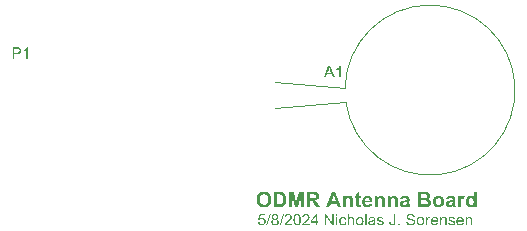
<source format=gto>
G04*
G04 #@! TF.GenerationSoftware,Altium Limited,Altium Designer,21.4.1 (30)*
G04*
G04 Layer_Color=65535*
%FSLAX25Y25*%
%MOIN*%
G70*
G04*
G04 #@! TF.SameCoordinates,3DD515BA-ABF8-41DF-8C9C-53FC49308A7C*
G04*
G04*
G04 #@! TF.FilePolarity,Positive*
G04*
G01*
G75*
%ADD10C,0.00394*%
G36*
X8051Y61488D02*
X7587D01*
Y64442D01*
X7581Y64437D01*
X7554Y64415D01*
X7521Y64382D01*
X7467Y64344D01*
X7406Y64295D01*
X7330Y64240D01*
X7243Y64180D01*
X7144Y64120D01*
X7139D01*
X7133Y64115D01*
X7101Y64093D01*
X7046Y64066D01*
X6981Y64033D01*
X6904Y63995D01*
X6822Y63956D01*
X6740Y63918D01*
X6658Y63885D01*
Y64333D01*
X6664D01*
X6675Y64344D01*
X6697Y64350D01*
X6724Y64366D01*
X6757Y64382D01*
X6795Y64404D01*
X6888Y64459D01*
X6997Y64519D01*
X7106Y64595D01*
X7221Y64683D01*
X7335Y64775D01*
X7341Y64781D01*
X7346Y64786D01*
X7363Y64803D01*
X7385Y64819D01*
X7434Y64874D01*
X7499Y64939D01*
X7565Y65016D01*
X7636Y65103D01*
X7696Y65190D01*
X7750Y65283D01*
X8051D01*
Y61488D01*
D02*
G37*
G36*
X4605Y65261D02*
X4698Y65256D01*
X4797Y65250D01*
X4889Y65240D01*
X4971Y65229D01*
X4982D01*
X5020Y65218D01*
X5070Y65207D01*
X5135Y65190D01*
X5206Y65163D01*
X5283Y65130D01*
X5364Y65092D01*
X5435Y65048D01*
X5446Y65043D01*
X5468Y65027D01*
X5501Y64994D01*
X5545Y64956D01*
X5594Y64906D01*
X5643Y64841D01*
X5697Y64770D01*
X5741Y64688D01*
X5747Y64677D01*
X5757Y64650D01*
X5779Y64601D01*
X5801Y64535D01*
X5818Y64459D01*
X5839Y64371D01*
X5850Y64273D01*
X5856Y64169D01*
Y64164D01*
Y64148D01*
Y64126D01*
X5850Y64087D01*
X5845Y64049D01*
X5839Y64000D01*
X5829Y63946D01*
X5818Y63885D01*
X5779Y63760D01*
X5757Y63694D01*
X5725Y63623D01*
X5686Y63552D01*
X5648Y63487D01*
X5599Y63421D01*
X5545Y63356D01*
X5539Y63350D01*
X5528Y63339D01*
X5512Y63323D01*
X5485Y63307D01*
X5452Y63279D01*
X5408Y63252D01*
X5353Y63219D01*
X5293Y63192D01*
X5222Y63159D01*
X5141Y63126D01*
X5053Y63099D01*
X4949Y63077D01*
X4840Y63055D01*
X4720Y63039D01*
X4584Y63028D01*
X4442Y63023D01*
X3475D01*
Y61488D01*
X2973D01*
Y65267D01*
X4524D01*
X4605Y65261D01*
D02*
G37*
G36*
X157625Y12012D02*
X156729D01*
Y12544D01*
X156722Y12530D01*
X156692Y12493D01*
X156641Y12435D01*
X156576Y12369D01*
X156503Y12297D01*
X156408Y12216D01*
X156306Y12143D01*
X156197Y12078D01*
X156182Y12071D01*
X156146Y12056D01*
X156080Y12034D01*
X156007Y12005D01*
X155912Y11976D01*
X155803Y11954D01*
X155694Y11939D01*
X155577Y11932D01*
X155519D01*
X155475Y11939D01*
X155417Y11947D01*
X155358Y11961D01*
X155285Y11976D01*
X155205Y11998D01*
X155125Y12020D01*
X155038Y12056D01*
X154950Y12092D01*
X154855Y12143D01*
X154768Y12202D01*
X154673Y12267D01*
X154586Y12348D01*
X154498Y12435D01*
X154491Y12442D01*
X154476Y12457D01*
X154454Y12486D01*
X154432Y12530D01*
X154396Y12581D01*
X154360Y12646D01*
X154316Y12719D01*
X154279Y12807D01*
X154236Y12902D01*
X154192Y13004D01*
X154156Y13120D01*
X154126Y13244D01*
X154097Y13383D01*
X154075Y13529D01*
X154061Y13682D01*
X154053Y13849D01*
Y13857D01*
Y13893D01*
Y13937D01*
X154061Y14002D01*
X154068Y14083D01*
X154075Y14170D01*
X154090Y14272D01*
X154104Y14374D01*
X154156Y14607D01*
X154192Y14724D01*
X154236Y14841D01*
X154287Y14957D01*
X154345Y15067D01*
X154411Y15169D01*
X154483Y15263D01*
X154491Y15271D01*
X154505Y15285D01*
X154527Y15307D01*
X154564Y15344D01*
X154607Y15380D01*
X154658Y15417D01*
X154717Y15460D01*
X154790Y15511D01*
X154863Y15555D01*
X154950Y15599D01*
X155132Y15679D01*
X155242Y15708D01*
X155351Y15730D01*
X155468Y15745D01*
X155592Y15752D01*
X155650D01*
X155694Y15745D01*
X155745Y15737D01*
X155810Y15723D01*
X155876Y15708D01*
X155956Y15686D01*
X156036Y15664D01*
X156124Y15628D01*
X156211Y15584D01*
X156299Y15541D01*
X156394Y15475D01*
X156481Y15409D01*
X156569Y15329D01*
X156656Y15242D01*
Y17057D01*
X157625D01*
Y12012D01*
D02*
G37*
G36*
X153332Y15745D02*
X153412Y15730D01*
X153514Y15708D01*
X153623Y15672D01*
X153733Y15628D01*
X153849Y15562D01*
X153543Y14724D01*
X153536Y14731D01*
X153499Y14746D01*
X153456Y14775D01*
X153397Y14804D01*
X153324Y14833D01*
X153252Y14863D01*
X153171Y14877D01*
X153091Y14885D01*
X153062D01*
X153018Y14877D01*
X152974Y14870D01*
X152924Y14855D01*
X152865Y14833D01*
X152807Y14804D01*
X152749Y14768D01*
X152741Y14761D01*
X152727Y14746D01*
X152698Y14717D01*
X152668Y14673D01*
X152632Y14622D01*
X152595Y14549D01*
X152559Y14462D01*
X152530Y14360D01*
Y14345D01*
X152523Y14323D01*
X152515Y14301D01*
Y14265D01*
X152508Y14221D01*
X152501Y14163D01*
X152493Y14097D01*
X152486Y14024D01*
X152479Y13929D01*
X152471Y13835D01*
Y13718D01*
X152464Y13594D01*
X152457Y13456D01*
Y13303D01*
Y13135D01*
Y12012D01*
X151487D01*
Y15672D01*
X152384D01*
Y15154D01*
X152391Y15161D01*
X152420Y15205D01*
X152464Y15271D01*
X152523Y15351D01*
X152581Y15431D01*
X152654Y15511D01*
X152719Y15584D01*
X152792Y15635D01*
X152800Y15643D01*
X152821Y15657D01*
X152865Y15672D01*
X152916Y15694D01*
X152974Y15716D01*
X153047Y15737D01*
X153120Y15745D01*
X153208Y15752D01*
X153266D01*
X153332Y15745D01*
D02*
G37*
G36*
X130222D02*
X130303Y15737D01*
X130390Y15723D01*
X130485Y15701D01*
X130587Y15672D01*
X130689Y15635D01*
X130704Y15628D01*
X130733Y15613D01*
X130784Y15592D01*
X130842Y15555D01*
X130908Y15511D01*
X130973Y15460D01*
X131039Y15402D01*
X131097Y15336D01*
X131105Y15329D01*
X131119Y15307D01*
X131141Y15271D01*
X131170Y15220D01*
X131207Y15161D01*
X131236Y15089D01*
X131265Y15016D01*
X131287Y14928D01*
Y14921D01*
X131294Y14885D01*
X131309Y14833D01*
X131316Y14761D01*
X131331Y14673D01*
X131338Y14556D01*
X131345Y14433D01*
Y14279D01*
Y12012D01*
X130376D01*
Y13871D01*
Y13878D01*
Y13900D01*
Y13929D01*
Y13966D01*
Y14017D01*
Y14068D01*
X130368Y14192D01*
X130361Y14316D01*
X130346Y14447D01*
X130332Y14556D01*
X130324Y14600D01*
X130310Y14637D01*
Y14644D01*
X130295Y14666D01*
X130281Y14695D01*
X130259Y14739D01*
X130193Y14826D01*
X130157Y14870D01*
X130106Y14906D01*
X130098Y14914D01*
X130084Y14921D01*
X130055Y14935D01*
X130011Y14957D01*
X129960Y14979D01*
X129909Y14994D01*
X129843Y15001D01*
X129771Y15008D01*
X129727D01*
X129683Y15001D01*
X129625Y14994D01*
X129552Y14972D01*
X129479Y14950D01*
X129399Y14914D01*
X129318Y14870D01*
X129311Y14863D01*
X129289Y14848D01*
X129253Y14812D01*
X129209Y14775D01*
X129165Y14717D01*
X129122Y14659D01*
X129078Y14578D01*
X129049Y14498D01*
Y14491D01*
X129034Y14454D01*
X129027Y14396D01*
X129012Y14309D01*
X129005Y14257D01*
X128998Y14192D01*
X128990Y14126D01*
Y14046D01*
X128983Y13966D01*
X128976Y13871D01*
Y13769D01*
Y13660D01*
Y12012D01*
X128006D01*
Y15672D01*
X128903D01*
Y15132D01*
X128910Y15140D01*
X128925Y15161D01*
X128954Y15191D01*
X128990Y15227D01*
X129034Y15278D01*
X129093Y15329D01*
X129158Y15387D01*
X129231Y15446D01*
X129311Y15497D01*
X129406Y15555D01*
X129501Y15606D01*
X129610Y15657D01*
X129727Y15694D01*
X129843Y15723D01*
X129975Y15745D01*
X130106Y15752D01*
X130157D01*
X130222Y15745D01*
D02*
G37*
G36*
X125914D02*
X125994Y15737D01*
X126082Y15723D01*
X126177Y15701D01*
X126278Y15672D01*
X126381Y15635D01*
X126395Y15628D01*
X126424Y15613D01*
X126475Y15592D01*
X126534Y15555D01*
X126599Y15511D01*
X126665Y15460D01*
X126731Y15402D01*
X126789Y15336D01*
X126796Y15329D01*
X126811Y15307D01*
X126833Y15271D01*
X126862Y15220D01*
X126898Y15161D01*
X126927Y15089D01*
X126956Y15016D01*
X126978Y14928D01*
Y14921D01*
X126986Y14885D01*
X127000Y14833D01*
X127007Y14761D01*
X127022Y14673D01*
X127029Y14556D01*
X127037Y14433D01*
Y14279D01*
Y12012D01*
X126067D01*
Y13871D01*
Y13878D01*
Y13900D01*
Y13929D01*
Y13966D01*
Y14017D01*
Y14068D01*
X126060Y14192D01*
X126052Y14316D01*
X126038Y14447D01*
X126023Y14556D01*
X126016Y14600D01*
X126002Y14637D01*
Y14644D01*
X125987Y14666D01*
X125972Y14695D01*
X125951Y14739D01*
X125885Y14826D01*
X125848Y14870D01*
X125797Y14906D01*
X125790Y14914D01*
X125776Y14921D01*
X125746Y14935D01*
X125703Y14957D01*
X125652Y14979D01*
X125601Y14994D01*
X125535Y15001D01*
X125462Y15008D01*
X125418D01*
X125375Y15001D01*
X125316Y14994D01*
X125243Y14972D01*
X125171Y14950D01*
X125090Y14914D01*
X125010Y14870D01*
X125003Y14863D01*
X124981Y14848D01*
X124944Y14812D01*
X124901Y14775D01*
X124857Y14717D01*
X124813Y14659D01*
X124769Y14578D01*
X124740Y14498D01*
Y14491D01*
X124726Y14454D01*
X124718Y14396D01*
X124704Y14309D01*
X124697Y14257D01*
X124689Y14192D01*
X124682Y14126D01*
Y14046D01*
X124675Y13966D01*
X124668Y13871D01*
Y13769D01*
Y13660D01*
Y12012D01*
X123698D01*
Y15672D01*
X124595D01*
Y15132D01*
X124602Y15140D01*
X124616Y15161D01*
X124646Y15191D01*
X124682Y15227D01*
X124726Y15278D01*
X124784Y15329D01*
X124850Y15387D01*
X124923Y15446D01*
X125003Y15497D01*
X125098Y15555D01*
X125192Y15606D01*
X125302Y15657D01*
X125418Y15694D01*
X125535Y15723D01*
X125666Y15745D01*
X125797Y15752D01*
X125848D01*
X125914Y15745D01*
D02*
G37*
G36*
X115336D02*
X115416Y15737D01*
X115504Y15723D01*
X115599Y15701D01*
X115701Y15672D01*
X115803Y15635D01*
X115817Y15628D01*
X115847Y15613D01*
X115898Y15592D01*
X115956Y15555D01*
X116022Y15511D01*
X116087Y15460D01*
X116153Y15402D01*
X116211Y15336D01*
X116218Y15329D01*
X116233Y15307D01*
X116255Y15271D01*
X116284Y15220D01*
X116320Y15161D01*
X116350Y15089D01*
X116379Y15016D01*
X116401Y14928D01*
Y14921D01*
X116408Y14885D01*
X116422Y14833D01*
X116430Y14761D01*
X116444Y14673D01*
X116452Y14556D01*
X116459Y14433D01*
Y14279D01*
Y12012D01*
X115489D01*
Y13871D01*
Y13878D01*
Y13900D01*
Y13929D01*
Y13966D01*
Y14017D01*
Y14068D01*
X115482Y14192D01*
X115475Y14316D01*
X115460Y14447D01*
X115446Y14556D01*
X115438Y14600D01*
X115424Y14637D01*
Y14644D01*
X115409Y14666D01*
X115395Y14695D01*
X115373Y14739D01*
X115307Y14826D01*
X115271Y14870D01*
X115220Y14906D01*
X115212Y14914D01*
X115198Y14921D01*
X115169Y14935D01*
X115125Y14957D01*
X115074Y14979D01*
X115023Y14994D01*
X114957Y15001D01*
X114884Y15008D01*
X114840D01*
X114797Y15001D01*
X114739Y14994D01*
X114666Y14972D01*
X114593Y14950D01*
X114513Y14914D01*
X114432Y14870D01*
X114425Y14863D01*
X114403Y14848D01*
X114367Y14812D01*
X114323Y14775D01*
X114279Y14717D01*
X114235Y14659D01*
X114192Y14578D01*
X114163Y14498D01*
Y14491D01*
X114148Y14454D01*
X114141Y14396D01*
X114126Y14309D01*
X114119Y14257D01*
X114111Y14192D01*
X114104Y14126D01*
Y14046D01*
X114097Y13966D01*
X114090Y13871D01*
Y13769D01*
Y13660D01*
Y12012D01*
X113120D01*
Y15672D01*
X114017D01*
Y15132D01*
X114024Y15140D01*
X114039Y15161D01*
X114068Y15191D01*
X114104Y15227D01*
X114148Y15278D01*
X114206Y15329D01*
X114272Y15387D01*
X114345Y15446D01*
X114425Y15497D01*
X114520Y15555D01*
X114614Y15606D01*
X114724Y15657D01*
X114840Y15694D01*
X114957Y15723D01*
X115088Y15745D01*
X115220Y15752D01*
X115271D01*
X115336Y15745D01*
D02*
G37*
G36*
X99969Y12012D02*
X99028D01*
X99021Y15978D01*
X98030Y12012D01*
X97046D01*
X96054Y15978D01*
Y12012D01*
X95114D01*
Y17057D01*
X96637D01*
X97541Y13609D01*
X98438Y17057D01*
X99969D01*
Y12012D01*
D02*
G37*
G36*
X149191Y15745D02*
X149249D01*
X149395Y15730D01*
X149548Y15716D01*
X149709Y15686D01*
X149862Y15643D01*
X149927Y15621D01*
X149993Y15592D01*
X150000D01*
X150007Y15584D01*
X150044Y15562D01*
X150102Y15533D01*
X150168Y15489D01*
X150248Y15431D01*
X150321Y15366D01*
X150387Y15285D01*
X150445Y15205D01*
X150452Y15191D01*
X150467Y15161D01*
X150489Y15096D01*
X150496Y15059D01*
X150511Y15008D01*
X150525Y14957D01*
X150532Y14892D01*
X150547Y14819D01*
X150554Y14739D01*
X150561Y14651D01*
X150569Y14556D01*
X150576Y14454D01*
Y14338D01*
X150561Y13208D01*
Y13201D01*
Y13186D01*
Y13164D01*
Y13128D01*
Y13040D01*
X150569Y12938D01*
Y12821D01*
X150583Y12705D01*
X150591Y12588D01*
X150605Y12493D01*
Y12486D01*
X150613Y12457D01*
X150627Y12406D01*
X150642Y12348D01*
X150671Y12275D01*
X150700Y12195D01*
X150736Y12107D01*
X150780Y12012D01*
X149825D01*
Y12020D01*
X149818Y12027D01*
X149811Y12056D01*
X149796Y12085D01*
X149782Y12122D01*
X149767Y12173D01*
X149752Y12231D01*
X149731Y12297D01*
Y12304D01*
X149723Y12311D01*
X149716Y12340D01*
X149701Y12377D01*
X149694Y12406D01*
X149679Y12399D01*
X149650Y12369D01*
X149599Y12326D01*
X149534Y12275D01*
X149453Y12216D01*
X149366Y12151D01*
X149264Y12100D01*
X149162Y12049D01*
X149147Y12041D01*
X149111Y12034D01*
X149053Y12012D01*
X148980Y11990D01*
X148892Y11969D01*
X148790Y11954D01*
X148673Y11939D01*
X148557Y11932D01*
X148506D01*
X148462Y11939D01*
X148418D01*
X148360Y11947D01*
X148236Y11969D01*
X148090Y12005D01*
X147944Y12056D01*
X147799Y12129D01*
X147667Y12231D01*
Y12238D01*
X147653Y12246D01*
X147616Y12289D01*
X147565Y12355D01*
X147507Y12442D01*
X147449Y12552D01*
X147398Y12683D01*
X147361Y12836D01*
X147354Y12916D01*
X147347Y13004D01*
Y13018D01*
Y13055D01*
X147354Y13113D01*
X147369Y13186D01*
X147383Y13273D01*
X147405Y13361D01*
X147441Y13456D01*
X147492Y13550D01*
X147500Y13565D01*
X147522Y13594D01*
X147551Y13638D01*
X147602Y13689D01*
X147653Y13747D01*
X147726Y13813D01*
X147806Y13871D01*
X147901Y13922D01*
X147915Y13929D01*
X147952Y13944D01*
X148010Y13966D01*
X148098Y14002D01*
X148207Y14039D01*
X148338Y14075D01*
X148498Y14112D01*
X148673Y14148D01*
X148681D01*
X148703Y14155D01*
X148739Y14163D01*
X148783Y14170D01*
X148841Y14177D01*
X148907Y14192D01*
X149053Y14228D01*
X149206Y14265D01*
X149366Y14301D01*
X149504Y14345D01*
X149570Y14367D01*
X149621Y14389D01*
Y14483D01*
Y14498D01*
Y14527D01*
X149614Y14578D01*
X149607Y14644D01*
X149585Y14709D01*
X149563Y14775D01*
X149526Y14833D01*
X149475Y14885D01*
X149468Y14892D01*
X149446Y14906D01*
X149410Y14921D01*
X149359Y14950D01*
X149286Y14972D01*
X149198Y14987D01*
X149089Y15001D01*
X148958Y15008D01*
X148914D01*
X148870Y15001D01*
X148812Y14994D01*
X148746Y14979D01*
X148673Y14965D01*
X148608Y14935D01*
X148549Y14899D01*
X148542Y14892D01*
X148528Y14877D01*
X148498Y14855D01*
X148469Y14819D01*
X148426Y14768D01*
X148389Y14702D01*
X148353Y14629D01*
X148316Y14542D01*
X147449Y14702D01*
Y14709D01*
X147456Y14724D01*
X147463Y14753D01*
X147478Y14790D01*
X147492Y14833D01*
X147514Y14885D01*
X147565Y15001D01*
X147638Y15125D01*
X147726Y15256D01*
X147828Y15380D01*
X147952Y15489D01*
X147959D01*
X147966Y15504D01*
X147988Y15511D01*
X148017Y15533D01*
X148061Y15548D01*
X148105Y15570D01*
X148163Y15599D01*
X148221Y15621D01*
X148294Y15643D01*
X148374Y15672D01*
X148462Y15694D01*
X148564Y15708D01*
X148666Y15730D01*
X148783Y15737D01*
X148899Y15752D01*
X149140D01*
X149191Y15745D01*
D02*
G37*
G36*
X140567Y17050D02*
X140713Y17042D01*
X140858Y17035D01*
X140997Y17020D01*
X141121Y17006D01*
X141136D01*
X141172Y16999D01*
X141223Y16984D01*
X141296Y16962D01*
X141376Y16933D01*
X141464Y16896D01*
X141558Y16853D01*
X141646Y16794D01*
X141653Y16787D01*
X141682Y16765D01*
X141726Y16729D01*
X141784Y16685D01*
X141843Y16620D01*
X141908Y16547D01*
X141974Y16466D01*
X142032Y16372D01*
X142040Y16357D01*
X142054Y16328D01*
X142083Y16270D01*
X142112Y16197D01*
X142142Y16109D01*
X142171Y16014D01*
X142185Y15898D01*
X142193Y15781D01*
Y15774D01*
Y15767D01*
Y15723D01*
X142185Y15657D01*
X142171Y15570D01*
X142142Y15468D01*
X142112Y15358D01*
X142061Y15249D01*
X141996Y15132D01*
X141989Y15118D01*
X141959Y15081D01*
X141916Y15030D01*
X141865Y14965D01*
X141792Y14899D01*
X141704Y14819D01*
X141602Y14753D01*
X141486Y14688D01*
X141493D01*
X141507Y14680D01*
X141529Y14673D01*
X141558Y14666D01*
X141646Y14629D01*
X141748Y14578D01*
X141857Y14520D01*
X141981Y14440D01*
X142091Y14345D01*
X142193Y14228D01*
X142200Y14214D01*
X142229Y14170D01*
X142273Y14104D01*
X142316Y14017D01*
X142360Y13900D01*
X142404Y13776D01*
X142433Y13631D01*
X142440Y13470D01*
Y13463D01*
Y13456D01*
Y13412D01*
X142433Y13346D01*
X142419Y13259D01*
X142404Y13157D01*
X142375Y13040D01*
X142331Y12923D01*
X142280Y12799D01*
X142273Y12785D01*
X142251Y12749D01*
X142215Y12690D01*
X142163Y12617D01*
X142105Y12530D01*
X142025Y12450D01*
X141945Y12362D01*
X141843Y12282D01*
X141828Y12275D01*
X141792Y12253D01*
X141733Y12216D01*
X141653Y12180D01*
X141551Y12136D01*
X141434Y12100D01*
X141303Y12063D01*
X141157Y12041D01*
X141128D01*
X141099Y12034D01*
X141026D01*
X140975Y12027D01*
X140837D01*
X140749Y12020D01*
X140531D01*
X140407Y12012D01*
X138220D01*
Y17057D01*
X140436D01*
X140567Y17050D01*
D02*
G37*
G36*
X133911Y15745D02*
X133969D01*
X134115Y15730D01*
X134268Y15716D01*
X134429Y15686D01*
X134582Y15643D01*
X134648Y15621D01*
X134713Y15592D01*
X134720D01*
X134728Y15584D01*
X134764Y15562D01*
X134822Y15533D01*
X134888Y15489D01*
X134968Y15431D01*
X135041Y15366D01*
X135107Y15285D01*
X135165Y15205D01*
X135172Y15191D01*
X135187Y15161D01*
X135209Y15096D01*
X135216Y15059D01*
X135231Y15008D01*
X135245Y14957D01*
X135252Y14892D01*
X135267Y14819D01*
X135274Y14739D01*
X135282Y14651D01*
X135289Y14556D01*
X135296Y14454D01*
Y14338D01*
X135282Y13208D01*
Y13201D01*
Y13186D01*
Y13164D01*
Y13128D01*
Y13040D01*
X135289Y12938D01*
Y12821D01*
X135304Y12705D01*
X135311Y12588D01*
X135325Y12493D01*
Y12486D01*
X135333Y12457D01*
X135347Y12406D01*
X135362Y12348D01*
X135391Y12275D01*
X135420Y12195D01*
X135457Y12107D01*
X135500Y12012D01*
X134545D01*
Y12020D01*
X134538Y12027D01*
X134531Y12056D01*
X134516Y12085D01*
X134502Y12122D01*
X134487Y12173D01*
X134473Y12231D01*
X134451Y12297D01*
Y12304D01*
X134443Y12311D01*
X134436Y12340D01*
X134422Y12377D01*
X134414Y12406D01*
X134400Y12399D01*
X134370Y12369D01*
X134319Y12326D01*
X134254Y12275D01*
X134174Y12216D01*
X134086Y12151D01*
X133984Y12100D01*
X133882Y12049D01*
X133867Y12041D01*
X133831Y12034D01*
X133773Y12012D01*
X133700Y11990D01*
X133612Y11969D01*
X133510Y11954D01*
X133394Y11939D01*
X133277Y11932D01*
X133226D01*
X133182Y11939D01*
X133138D01*
X133080Y11947D01*
X132956Y11969D01*
X132810Y12005D01*
X132665Y12056D01*
X132519Y12129D01*
X132388Y12231D01*
Y12238D01*
X132373Y12246D01*
X132336Y12289D01*
X132285Y12355D01*
X132227Y12442D01*
X132169Y12552D01*
X132118Y12683D01*
X132081Y12836D01*
X132074Y12916D01*
X132067Y13004D01*
Y13018D01*
Y13055D01*
X132074Y13113D01*
X132089Y13186D01*
X132103Y13273D01*
X132125Y13361D01*
X132162Y13456D01*
X132213Y13550D01*
X132220Y13565D01*
X132242Y13594D01*
X132271Y13638D01*
X132322Y13689D01*
X132373Y13747D01*
X132446Y13813D01*
X132526Y13871D01*
X132621Y13922D01*
X132635Y13929D01*
X132672Y13944D01*
X132730Y13966D01*
X132818Y14002D01*
X132927Y14039D01*
X133058Y14075D01*
X133219Y14112D01*
X133394Y14148D01*
X133401D01*
X133423Y14155D01*
X133459Y14163D01*
X133503Y14170D01*
X133561Y14177D01*
X133627Y14192D01*
X133773Y14228D01*
X133926Y14265D01*
X134086Y14301D01*
X134225Y14345D01*
X134290Y14367D01*
X134341Y14389D01*
Y14483D01*
Y14498D01*
Y14527D01*
X134334Y14578D01*
X134327Y14644D01*
X134305Y14709D01*
X134283Y14775D01*
X134247Y14833D01*
X134195Y14885D01*
X134188Y14892D01*
X134166Y14906D01*
X134130Y14921D01*
X134079Y14950D01*
X134006Y14972D01*
X133918Y14987D01*
X133809Y15001D01*
X133678Y15008D01*
X133634D01*
X133590Y15001D01*
X133532Y14994D01*
X133466Y14979D01*
X133394Y14965D01*
X133328Y14935D01*
X133270Y14899D01*
X133262Y14892D01*
X133248Y14877D01*
X133219Y14855D01*
X133189Y14819D01*
X133146Y14768D01*
X133109Y14702D01*
X133073Y14629D01*
X133036Y14542D01*
X132169Y14702D01*
Y14709D01*
X132176Y14724D01*
X132183Y14753D01*
X132198Y14790D01*
X132213Y14833D01*
X132235Y14885D01*
X132285Y15001D01*
X132358Y15125D01*
X132446Y15256D01*
X132548Y15380D01*
X132672Y15489D01*
X132679D01*
X132686Y15504D01*
X132708Y15511D01*
X132738Y15533D01*
X132781Y15548D01*
X132825Y15570D01*
X132883Y15599D01*
X132942Y15621D01*
X133015Y15643D01*
X133095Y15672D01*
X133182Y15694D01*
X133284Y15708D01*
X133386Y15730D01*
X133503Y15737D01*
X133620Y15752D01*
X133860D01*
X133911Y15745D01*
D02*
G37*
G36*
X112595Y12012D02*
X111494D01*
X111057Y13157D01*
X109030D01*
X108615Y12012D01*
X107536D01*
X109490Y17057D01*
X110569D01*
X112595Y12012D01*
D02*
G37*
G36*
X103344Y17050D02*
X103424D01*
X103505Y17042D01*
X103599D01*
X103789Y17020D01*
X103986Y16999D01*
X104168Y16962D01*
X104248Y16940D01*
X104321Y16918D01*
X104328D01*
X104336Y16911D01*
X104379Y16889D01*
X104445Y16853D01*
X104533Y16809D01*
X104627Y16736D01*
X104722Y16656D01*
X104817Y16554D01*
X104904Y16430D01*
Y16423D01*
X104912Y16415D01*
X104926Y16394D01*
X104941Y16372D01*
X104977Y16299D01*
X105021Y16204D01*
X105057Y16087D01*
X105094Y15956D01*
X105123Y15803D01*
X105130Y15643D01*
Y15635D01*
Y15621D01*
Y15584D01*
X105123Y15548D01*
Y15497D01*
X105116Y15446D01*
X105087Y15315D01*
X105050Y15161D01*
X104992Y15008D01*
X104904Y14848D01*
X104853Y14775D01*
X104795Y14702D01*
X104788Y14695D01*
X104780Y14688D01*
X104759Y14666D01*
X104729Y14644D01*
X104700Y14615D01*
X104656Y14578D01*
X104605Y14542D01*
X104547Y14505D01*
X104481Y14462D01*
X104401Y14425D01*
X104321Y14389D01*
X104234Y14352D01*
X104131Y14316D01*
X104030Y14287D01*
X103920Y14257D01*
X103796Y14236D01*
X103804D01*
X103811Y14228D01*
X103855Y14199D01*
X103913Y14163D01*
X103986Y14112D01*
X104073Y14046D01*
X104161Y13981D01*
X104255Y13900D01*
X104336Y13813D01*
X104343Y13805D01*
X104379Y13769D01*
X104423Y13711D01*
X104489Y13623D01*
X104576Y13514D01*
X104620Y13441D01*
X104671Y13368D01*
X104729Y13288D01*
X104788Y13201D01*
X104853Y13098D01*
X104919Y12996D01*
X105538Y12012D01*
X104314D01*
X103585Y13106D01*
X103577Y13113D01*
X103570Y13135D01*
X103548Y13164D01*
X103519Y13201D01*
X103490Y13244D01*
X103454Y13303D01*
X103373Y13419D01*
X103279Y13550D01*
X103191Y13667D01*
X103111Y13776D01*
X103075Y13813D01*
X103045Y13849D01*
X103038Y13857D01*
X103023Y13871D01*
X102994Y13900D01*
X102958Y13937D01*
X102907Y13966D01*
X102856Y14002D01*
X102797Y14031D01*
X102739Y14061D01*
X102732D01*
X102710Y14068D01*
X102673Y14083D01*
X102615Y14090D01*
X102542Y14104D01*
X102455Y14112D01*
X102353Y14119D01*
X102025D01*
Y12012D01*
X101004D01*
Y17057D01*
X103279D01*
X103344Y17050D01*
D02*
G37*
G36*
X92110D02*
X92249Y17042D01*
X92402Y17035D01*
X92562Y17013D01*
X92715Y16991D01*
X92854Y16955D01*
X92861D01*
X92876Y16948D01*
X92898Y16940D01*
X92927Y16933D01*
X93014Y16896D01*
X93116Y16846D01*
X93233Y16780D01*
X93364Y16700D01*
X93488Y16605D01*
X93612Y16488D01*
X93619D01*
X93627Y16474D01*
X93663Y16430D01*
X93721Y16357D01*
X93787Y16262D01*
X93867Y16146D01*
X93947Y16007D01*
X94028Y15847D01*
X94093Y15672D01*
Y15664D01*
X94100Y15650D01*
X94108Y15621D01*
X94122Y15584D01*
X94130Y15541D01*
X94144Y15482D01*
X94159Y15417D01*
X94181Y15344D01*
X94195Y15263D01*
X94210Y15169D01*
X94224Y15074D01*
X94232Y14965D01*
X94254Y14739D01*
X94261Y14483D01*
Y14476D01*
Y14454D01*
Y14425D01*
Y14381D01*
X94254Y14323D01*
Y14265D01*
X94246Y14192D01*
X94239Y14112D01*
X94224Y13944D01*
X94195Y13769D01*
X94152Y13587D01*
X94100Y13412D01*
Y13405D01*
X94093Y13390D01*
X94079Y13361D01*
X94064Y13317D01*
X94050Y13273D01*
X94020Y13222D01*
X93962Y13091D01*
X93889Y12953D01*
X93794Y12799D01*
X93685Y12654D01*
X93561Y12515D01*
X93546Y12501D01*
X93510Y12472D01*
X93452Y12428D01*
X93371Y12369D01*
X93269Y12304D01*
X93153Y12238D01*
X93007Y12173D01*
X92847Y12114D01*
X92839D01*
X92832Y12107D01*
X92810D01*
X92788Y12100D01*
X92708Y12085D01*
X92606Y12063D01*
X92482Y12041D01*
X92329Y12027D01*
X92147Y12020D01*
X91950Y12012D01*
X90040D01*
Y17057D01*
X92052D01*
X92110Y17050D01*
D02*
G37*
G36*
X145094Y15745D02*
X145167Y15737D01*
X145247Y15723D01*
X145342Y15708D01*
X145437Y15686D01*
X145546Y15657D01*
X145655Y15621D01*
X145765Y15577D01*
X145881Y15526D01*
X145998Y15460D01*
X146107Y15387D01*
X146217Y15307D01*
X146319Y15213D01*
X146326Y15205D01*
X146341Y15191D01*
X146370Y15154D01*
X146399Y15118D01*
X146443Y15059D01*
X146486Y15001D01*
X146537Y14921D01*
X146589Y14841D01*
X146632Y14746D01*
X146683Y14644D01*
X146727Y14527D01*
X146771Y14411D01*
X146800Y14279D01*
X146829Y14148D01*
X146844Y14002D01*
X146851Y13849D01*
Y13842D01*
Y13813D01*
Y13769D01*
X146844Y13711D01*
X146836Y13638D01*
X146822Y13558D01*
X146807Y13463D01*
X146785Y13368D01*
X146756Y13259D01*
X146720Y13149D01*
X146676Y13033D01*
X146625Y12916D01*
X146559Y12799D01*
X146486Y12690D01*
X146406Y12581D01*
X146311Y12472D01*
X146304Y12464D01*
X146290Y12450D01*
X146260Y12420D01*
X146217Y12384D01*
X146166Y12348D01*
X146100Y12304D01*
X146027Y12253D01*
X145947Y12202D01*
X145852Y12151D01*
X145750Y12100D01*
X145641Y12056D01*
X145517Y12020D01*
X145393Y11983D01*
X145254Y11954D01*
X145116Y11939D01*
X144963Y11932D01*
X144912D01*
X144875Y11939D01*
X144832D01*
X144781Y11947D01*
X144657Y11961D01*
X144503Y11990D01*
X144343Y12027D01*
X144176Y12085D01*
X144000Y12158D01*
X143993D01*
X143979Y12165D01*
X143957Y12180D01*
X143928Y12202D01*
X143847Y12253D01*
X143745Y12326D01*
X143636Y12420D01*
X143519Y12537D01*
X143410Y12668D01*
X143308Y12821D01*
Y12829D01*
X143301Y12843D01*
X143286Y12865D01*
X143272Y12902D01*
X143257Y12945D01*
X143235Y12996D01*
X143213Y13055D01*
X143191Y13120D01*
X143169Y13193D01*
X143148Y13273D01*
X143111Y13456D01*
X143082Y13667D01*
X143075Y13893D01*
Y13900D01*
Y13915D01*
Y13944D01*
X143082Y13973D01*
Y14017D01*
X143089Y14068D01*
X143104Y14192D01*
X143133Y14330D01*
X143177Y14483D01*
X143228Y14651D01*
X143308Y14819D01*
Y14826D01*
X143323Y14841D01*
X143330Y14863D01*
X143352Y14892D01*
X143410Y14972D01*
X143483Y15074D01*
X143578Y15183D01*
X143694Y15300D01*
X143826Y15409D01*
X143979Y15511D01*
X143986D01*
X144000Y15519D01*
X144022Y15533D01*
X144059Y15548D01*
X144095Y15570D01*
X144146Y15584D01*
X144205Y15606D01*
X144263Y15635D01*
X144409Y15679D01*
X144576Y15716D01*
X144759Y15745D01*
X144956Y15752D01*
X145036D01*
X145094Y15745D01*
D02*
G37*
G36*
X121314D02*
X121380Y15737D01*
X121460Y15723D01*
X121547Y15708D01*
X121642Y15686D01*
X121744Y15657D01*
X121846Y15621D01*
X121956Y15577D01*
X122065Y15519D01*
X122167Y15460D01*
X122269Y15387D01*
X122371Y15300D01*
X122459Y15205D01*
X122466Y15198D01*
X122480Y15183D01*
X122502Y15147D01*
X122531Y15103D01*
X122568Y15045D01*
X122604Y14979D01*
X122648Y14892D01*
X122692Y14797D01*
X122736Y14688D01*
X122779Y14564D01*
X122816Y14433D01*
X122852Y14279D01*
X122881Y14119D01*
X122903Y13944D01*
X122918Y13762D01*
Y13558D01*
X120498D01*
Y13550D01*
Y13536D01*
Y13514D01*
X120505Y13485D01*
X120512Y13412D01*
X120527Y13310D01*
X120556Y13208D01*
X120600Y13091D01*
X120651Y12982D01*
X120724Y12887D01*
X120731Y12880D01*
X120767Y12851D01*
X120811Y12814D01*
X120877Y12770D01*
X120957Y12727D01*
X121059Y12690D01*
X121168Y12661D01*
X121285Y12654D01*
X121321D01*
X121365Y12661D01*
X121416Y12668D01*
X121474Y12683D01*
X121540Y12705D01*
X121606Y12734D01*
X121664Y12778D01*
X121671Y12785D01*
X121693Y12799D01*
X121722Y12829D01*
X121751Y12872D01*
X121795Y12931D01*
X121832Y12996D01*
X121868Y13084D01*
X121905Y13179D01*
X122867Y13018D01*
Y13011D01*
X122860Y12996D01*
X122845Y12967D01*
X122830Y12931D01*
X122809Y12887D01*
X122787Y12836D01*
X122721Y12719D01*
X122641Y12588D01*
X122539Y12450D01*
X122415Y12326D01*
X122276Y12209D01*
X122269D01*
X122262Y12195D01*
X122233Y12187D01*
X122203Y12165D01*
X122167Y12143D01*
X122116Y12122D01*
X122065Y12100D01*
X121999Y12071D01*
X121853Y12020D01*
X121686Y11976D01*
X121489Y11947D01*
X121278Y11932D01*
X121234D01*
X121190Y11939D01*
X121124D01*
X121044Y11954D01*
X120949Y11969D01*
X120847Y11983D01*
X120745Y12012D01*
X120629Y12041D01*
X120512Y12085D01*
X120396Y12136D01*
X120279Y12195D01*
X120162Y12267D01*
X120053Y12348D01*
X119958Y12442D01*
X119863Y12552D01*
X119856Y12559D01*
X119849Y12573D01*
X119834Y12603D01*
X119805Y12639D01*
X119783Y12690D01*
X119754Y12749D01*
X119718Y12814D01*
X119688Y12894D01*
X119652Y12982D01*
X119623Y13077D01*
X119586Y13179D01*
X119564Y13295D01*
X119543Y13412D01*
X119521Y13536D01*
X119513Y13674D01*
X119506Y13813D01*
Y13820D01*
Y13849D01*
Y13900D01*
X119513Y13966D01*
X119521Y14039D01*
X119528Y14126D01*
X119543Y14221D01*
X119564Y14330D01*
X119623Y14556D01*
X119659Y14673D01*
X119703Y14797D01*
X119761Y14914D01*
X119827Y15023D01*
X119900Y15132D01*
X119980Y15234D01*
X119987Y15242D01*
X120002Y15256D01*
X120031Y15285D01*
X120068Y15315D01*
X120111Y15351D01*
X120169Y15395D01*
X120235Y15446D01*
X120308Y15497D01*
X120388Y15541D01*
X120483Y15592D01*
X120578Y15635D01*
X120687Y15672D01*
X120797Y15701D01*
X120920Y15730D01*
X121044Y15745D01*
X121176Y15752D01*
X121256D01*
X121314Y15745D01*
D02*
G37*
G36*
X118456Y15672D02*
X119120D01*
Y14899D01*
X118456D01*
Y13419D01*
Y13412D01*
Y13397D01*
Y13375D01*
Y13346D01*
Y13273D01*
Y13186D01*
X118464Y13098D01*
Y13011D01*
Y12945D01*
X118471Y12916D01*
Y12902D01*
X118478Y12887D01*
X118493Y12858D01*
X118515Y12821D01*
X118558Y12778D01*
X118573Y12770D01*
X118602Y12756D01*
X118653Y12741D01*
X118719Y12734D01*
X118748D01*
X118777Y12741D01*
X118821Y12749D01*
X118879Y12756D01*
X118945Y12770D01*
X119025Y12792D01*
X119113Y12821D01*
X119200Y12071D01*
X119193D01*
X119185Y12063D01*
X119142Y12049D01*
X119069Y12027D01*
X118974Y12005D01*
X118865Y11976D01*
X118733Y11954D01*
X118588Y11939D01*
X118435Y11932D01*
X118391D01*
X118340Y11939D01*
X118274Y11947D01*
X118201Y11954D01*
X118121Y11969D01*
X118041Y11990D01*
X117961Y12020D01*
X117953Y12027D01*
X117924Y12034D01*
X117888Y12056D01*
X117844Y12078D01*
X117742Y12151D01*
X117691Y12195D01*
X117647Y12246D01*
X117640Y12253D01*
X117633Y12275D01*
X117618Y12304D01*
X117596Y12348D01*
X117574Y12399D01*
X117552Y12464D01*
X117531Y12537D01*
X117516Y12617D01*
Y12625D01*
X117509Y12654D01*
Y12697D01*
X117501Y12770D01*
X117494Y12865D01*
Y12982D01*
X117487Y13047D01*
Y13128D01*
Y13208D01*
Y13303D01*
Y14899D01*
X117042D01*
Y15672D01*
X117487D01*
Y16401D01*
X118456Y16969D01*
Y15672D01*
D02*
G37*
G36*
X86891Y17144D02*
X86964D01*
X87058Y17130D01*
X87168Y17115D01*
X87292Y17093D01*
X87423Y17064D01*
X87561Y17028D01*
X87707Y16984D01*
X87853Y16926D01*
X88006Y16860D01*
X88152Y16780D01*
X88298Y16685D01*
X88436Y16576D01*
X88567Y16452D01*
X88575Y16444D01*
X88596Y16423D01*
X88633Y16379D01*
X88669Y16328D01*
X88721Y16255D01*
X88779Y16168D01*
X88837Y16065D01*
X88903Y15949D01*
X88968Y15825D01*
X89027Y15679D01*
X89085Y15519D01*
X89136Y15351D01*
X89180Y15161D01*
X89209Y14965D01*
X89231Y14753D01*
X89238Y14527D01*
Y14513D01*
Y14476D01*
X89231Y14411D01*
Y14323D01*
X89216Y14221D01*
X89202Y14104D01*
X89180Y13966D01*
X89158Y13827D01*
X89121Y13674D01*
X89078Y13514D01*
X89019Y13354D01*
X88954Y13193D01*
X88881Y13040D01*
X88786Y12887D01*
X88684Y12741D01*
X88567Y12603D01*
X88560Y12595D01*
X88538Y12573D01*
X88502Y12537D01*
X88443Y12493D01*
X88378Y12442D01*
X88298Y12384D01*
X88203Y12326D01*
X88101Y12260D01*
X87977Y12195D01*
X87846Y12136D01*
X87700Y12078D01*
X87539Y12027D01*
X87372Y11983D01*
X87190Y11947D01*
X87000Y11925D01*
X86796Y11917D01*
X86745D01*
X86686Y11925D01*
X86614Y11932D01*
X86519Y11939D01*
X86409Y11954D01*
X86286Y11976D01*
X86154Y12005D01*
X86009Y12041D01*
X85870Y12085D01*
X85717Y12143D01*
X85571Y12209D01*
X85418Y12282D01*
X85280Y12377D01*
X85141Y12479D01*
X85010Y12603D01*
X85003Y12610D01*
X84981Y12632D01*
X84952Y12676D01*
X84908Y12727D01*
X84857Y12799D01*
X84798Y12887D01*
X84740Y12982D01*
X84682Y13098D01*
X84616Y13222D01*
X84558Y13368D01*
X84500Y13521D01*
X84448Y13689D01*
X84405Y13871D01*
X84376Y14068D01*
X84354Y14279D01*
X84346Y14498D01*
Y14505D01*
Y14535D01*
Y14571D01*
X84354Y14629D01*
Y14695D01*
X84361Y14768D01*
X84368Y14855D01*
X84376Y14950D01*
X84405Y15154D01*
X84441Y15373D01*
X84500Y15592D01*
X84572Y15796D01*
Y15803D01*
X84580Y15810D01*
X84594Y15832D01*
X84602Y15861D01*
X84645Y15934D01*
X84696Y16029D01*
X84762Y16138D01*
X84842Y16248D01*
X84937Y16372D01*
X85039Y16488D01*
X85046Y16496D01*
X85054Y16503D01*
X85090Y16539D01*
X85156Y16598D01*
X85236Y16663D01*
X85331Y16736D01*
X85440Y16816D01*
X85564Y16889D01*
X85695Y16948D01*
X85702D01*
X85717Y16955D01*
X85746Y16969D01*
X85783Y16977D01*
X85826Y16999D01*
X85877Y17013D01*
X85943Y17028D01*
X86009Y17050D01*
X86169Y17086D01*
X86351Y17122D01*
X86563Y17144D01*
X86781Y17152D01*
X86832D01*
X86891Y17144D01*
D02*
G37*
G36*
X111284Y9166D02*
X110820D01*
Y9696D01*
X111284D01*
Y9166D01*
D02*
G37*
G36*
X135783Y9756D02*
X135821D01*
X135925Y9745D01*
X136039Y9729D01*
X136160Y9701D01*
X136291Y9668D01*
X136411Y9625D01*
X136416D01*
X136427Y9619D01*
X136443Y9608D01*
X136465Y9597D01*
X136520Y9570D01*
X136591Y9521D01*
X136673Y9466D01*
X136755Y9396D01*
X136831Y9314D01*
X136902Y9221D01*
Y9215D01*
X136908Y9210D01*
X136918Y9193D01*
X136929Y9177D01*
X136957Y9122D01*
X136989Y9052D01*
X137028Y8964D01*
X137055Y8860D01*
X137082Y8751D01*
X137093Y8631D01*
X136613Y8593D01*
Y8598D01*
Y8609D01*
X136607Y8626D01*
X136602Y8653D01*
X136585Y8713D01*
X136564Y8795D01*
X136531Y8882D01*
X136482Y8970D01*
X136422Y9052D01*
X136345Y9128D01*
X136334Y9133D01*
X136307Y9155D01*
X136252Y9188D01*
X136181Y9221D01*
X136089Y9253D01*
X135979Y9286D01*
X135843Y9308D01*
X135690Y9314D01*
X135614D01*
X135581Y9308D01*
X135537Y9303D01*
X135439Y9292D01*
X135330Y9270D01*
X135220Y9243D01*
X135117Y9199D01*
X135073Y9172D01*
X135029Y9144D01*
X135018Y9139D01*
X134997Y9117D01*
X134964Y9079D01*
X134931Y9035D01*
X134893Y8975D01*
X134860Y8909D01*
X134838Y8833D01*
X134827Y8746D01*
Y8735D01*
Y8713D01*
X134833Y8675D01*
X134844Y8631D01*
X134860Y8576D01*
X134887Y8522D01*
X134920Y8467D01*
X134969Y8413D01*
X134975Y8407D01*
X135002Y8391D01*
X135024Y8374D01*
X135046Y8364D01*
X135079Y8347D01*
X135117Y8325D01*
X135166Y8309D01*
X135220Y8287D01*
X135281Y8265D01*
X135352Y8238D01*
X135428Y8216D01*
X135515Y8189D01*
X135614Y8167D01*
X135723Y8140D01*
X135728D01*
X135750Y8134D01*
X135783Y8129D01*
X135821Y8118D01*
X135870Y8107D01*
X135930Y8090D01*
X135990Y8074D01*
X136056Y8058D01*
X136198Y8020D01*
X136334Y7981D01*
X136400Y7959D01*
X136460Y7938D01*
X136514Y7921D01*
X136558Y7899D01*
X136564D01*
X136574Y7894D01*
X136591Y7883D01*
X136613Y7872D01*
X136673Y7839D01*
X136744Y7796D01*
X136826Y7736D01*
X136908Y7670D01*
X136984Y7594D01*
X137049Y7512D01*
X137055Y7501D01*
X137077Y7474D01*
X137099Y7424D01*
X137131Y7359D01*
X137159Y7282D01*
X137186Y7190D01*
X137202Y7086D01*
X137208Y6977D01*
Y6971D01*
Y6966D01*
Y6949D01*
Y6927D01*
X137197Y6867D01*
X137186Y6791D01*
X137164Y6704D01*
X137137Y6611D01*
X137093Y6513D01*
X137033Y6409D01*
Y6403D01*
X137028Y6398D01*
X137000Y6365D01*
X136962Y6316D01*
X136908Y6261D01*
X136837Y6196D01*
X136749Y6125D01*
X136651Y6059D01*
X136536Y5999D01*
X136531D01*
X136520Y5994D01*
X136504Y5988D01*
X136482Y5977D01*
X136449Y5967D01*
X136411Y5950D01*
X136323Y5928D01*
X136220Y5901D01*
X136094Y5874D01*
X135958Y5857D01*
X135810Y5852D01*
X135723D01*
X135679Y5857D01*
X135630D01*
X135575Y5863D01*
X135510Y5868D01*
X135373Y5890D01*
X135231Y5912D01*
X135089Y5950D01*
X134953Y5999D01*
X134947D01*
X134936Y6005D01*
X134920Y6016D01*
X134898Y6027D01*
X134833Y6059D01*
X134756Y6109D01*
X134669Y6174D01*
X134576Y6250D01*
X134489Y6343D01*
X134407Y6447D01*
Y6453D01*
X134396Y6463D01*
X134390Y6480D01*
X134374Y6502D01*
X134363Y6529D01*
X134347Y6562D01*
X134309Y6644D01*
X134270Y6747D01*
X134238Y6862D01*
X134216Y6993D01*
X134205Y7130D01*
X134674Y7173D01*
Y7168D01*
Y7162D01*
X134680Y7146D01*
Y7124D01*
X134691Y7075D01*
X134707Y7004D01*
X134729Y6933D01*
X134751Y6851D01*
X134789Y6775D01*
X134827Y6704D01*
X134833Y6698D01*
X134849Y6676D01*
X134876Y6638D01*
X134920Y6600D01*
X134975Y6551D01*
X135035Y6502D01*
X135117Y6453D01*
X135204Y6409D01*
X135210D01*
X135215Y6403D01*
X135231Y6398D01*
X135248Y6392D01*
X135302Y6376D01*
X135373Y6354D01*
X135461Y6332D01*
X135559Y6316D01*
X135668Y6305D01*
X135788Y6300D01*
X135837D01*
X135892Y6305D01*
X135958Y6311D01*
X136034Y6322D01*
X136121Y6332D01*
X136209Y6354D01*
X136291Y6381D01*
X136302Y6387D01*
X136329Y6398D01*
X136367Y6420D01*
X136416Y6442D01*
X136465Y6480D01*
X136520Y6518D01*
X136574Y6562D01*
X136618Y6616D01*
X136624Y6622D01*
X136635Y6644D01*
X136651Y6671D01*
X136673Y6715D01*
X136695Y6758D01*
X136711Y6813D01*
X136722Y6873D01*
X136727Y6938D01*
Y6944D01*
Y6971D01*
X136722Y7004D01*
X136716Y7048D01*
X136700Y7091D01*
X136684Y7146D01*
X136656Y7201D01*
X136618Y7250D01*
X136613Y7255D01*
X136596Y7271D01*
X136574Y7293D01*
X136536Y7326D01*
X136493Y7359D01*
X136433Y7397D01*
X136362Y7435D01*
X136280Y7468D01*
X136274Y7474D01*
X136247Y7479D01*
X136203Y7495D01*
X136176Y7501D01*
X136138Y7512D01*
X136100Y7528D01*
X136050Y7539D01*
X135996Y7555D01*
X135930Y7572D01*
X135865Y7588D01*
X135788Y7610D01*
X135701Y7632D01*
X135608Y7654D01*
X135603D01*
X135586Y7659D01*
X135559Y7665D01*
X135526Y7676D01*
X135483Y7687D01*
X135433Y7697D01*
X135324Y7730D01*
X135204Y7768D01*
X135079Y7807D01*
X134969Y7845D01*
X134920Y7867D01*
X134876Y7888D01*
X134871D01*
X134865Y7894D01*
X134833Y7916D01*
X134784Y7943D01*
X134729Y7987D01*
X134663Y8036D01*
X134598Y8096D01*
X134532Y8167D01*
X134478Y8243D01*
X134472Y8254D01*
X134456Y8282D01*
X134434Y8325D01*
X134412Y8380D01*
X134390Y8451D01*
X134369Y8533D01*
X134352Y8620D01*
X134347Y8713D01*
Y8718D01*
Y8724D01*
Y8740D01*
Y8762D01*
X134358Y8817D01*
X134369Y8888D01*
X134385Y8970D01*
X134412Y9062D01*
X134451Y9155D01*
X134505Y9248D01*
Y9253D01*
X134511Y9259D01*
X134538Y9292D01*
X134576Y9335D01*
X134625Y9390D01*
X134691Y9450D01*
X134773Y9516D01*
X134871Y9576D01*
X134980Y9630D01*
X134986D01*
X134997Y9636D01*
X135013Y9641D01*
X135035Y9652D01*
X135062Y9663D01*
X135100Y9674D01*
X135182Y9696D01*
X135286Y9718D01*
X135406Y9739D01*
X135532Y9756D01*
X135674Y9761D01*
X135745D01*
X135783Y9756D01*
D02*
G37*
G36*
X155357Y8713D02*
X155417Y8708D01*
X155488Y8697D01*
X155564Y8680D01*
X155646Y8658D01*
X155723Y8626D01*
X155734Y8620D01*
X155755Y8609D01*
X155794Y8593D01*
X155837Y8565D01*
X155892Y8533D01*
X155941Y8489D01*
X155990Y8445D01*
X156034Y8391D01*
X156039Y8385D01*
X156050Y8364D01*
X156067Y8336D01*
X156094Y8298D01*
X156116Y8243D01*
X156138Y8189D01*
X156165Y8123D01*
X156181Y8052D01*
Y8047D01*
X156187Y8025D01*
X156192Y7992D01*
X156198Y7949D01*
Y7883D01*
X156203Y7807D01*
X156209Y7714D01*
Y7599D01*
Y5917D01*
X155745D01*
Y7577D01*
Y7583D01*
Y7588D01*
Y7626D01*
Y7676D01*
X155739Y7736D01*
X155734Y7807D01*
X155723Y7878D01*
X155706Y7943D01*
X155690Y8003D01*
Y8009D01*
X155679Y8025D01*
X155663Y8052D01*
X155646Y8085D01*
X155619Y8118D01*
X155586Y8156D01*
X155543Y8194D01*
X155493Y8227D01*
X155488Y8232D01*
X155472Y8243D01*
X155439Y8254D01*
X155401Y8271D01*
X155357Y8287D01*
X155302Y8303D01*
X155237Y8309D01*
X155171Y8314D01*
X155144D01*
X155122Y8309D01*
X155068Y8303D01*
X154997Y8292D01*
X154920Y8265D01*
X154833Y8232D01*
X154745Y8189D01*
X154664Y8123D01*
X154653Y8112D01*
X154631Y8085D01*
X154614Y8063D01*
X154598Y8036D01*
X154576Y8003D01*
X154560Y7965D01*
X154538Y7921D01*
X154516Y7867D01*
X154500Y7807D01*
X154483Y7741D01*
X154472Y7670D01*
X154462Y7594D01*
X154451Y7501D01*
Y7408D01*
Y5917D01*
X153986D01*
Y8658D01*
X154401D01*
Y8265D01*
X154407Y8271D01*
X154418Y8287D01*
X154434Y8309D01*
X154456Y8336D01*
X154489Y8369D01*
X154527Y8407D01*
X154571Y8451D01*
X154625Y8495D01*
X154680Y8533D01*
X154745Y8576D01*
X154816Y8615D01*
X154893Y8647D01*
X154980Y8675D01*
X155068Y8697D01*
X155166Y8713D01*
X155270Y8718D01*
X155313D01*
X155357Y8713D01*
D02*
G37*
G36*
X146839D02*
X146899Y8708D01*
X146970Y8697D01*
X147047Y8680D01*
X147129Y8658D01*
X147205Y8626D01*
X147216Y8620D01*
X147238Y8609D01*
X147276Y8593D01*
X147320Y8565D01*
X147374Y8533D01*
X147424Y8489D01*
X147473Y8445D01*
X147516Y8391D01*
X147522Y8385D01*
X147533Y8364D01*
X147549Y8336D01*
X147576Y8298D01*
X147598Y8243D01*
X147620Y8189D01*
X147647Y8123D01*
X147664Y8052D01*
Y8047D01*
X147669Y8025D01*
X147675Y7992D01*
X147680Y7949D01*
Y7883D01*
X147686Y7807D01*
X147691Y7714D01*
Y7599D01*
Y5917D01*
X147227D01*
Y7577D01*
Y7583D01*
Y7588D01*
Y7626D01*
Y7676D01*
X147222Y7736D01*
X147216Y7807D01*
X147205Y7878D01*
X147189Y7943D01*
X147172Y8003D01*
Y8009D01*
X147161Y8025D01*
X147145Y8052D01*
X147129Y8085D01*
X147101Y8118D01*
X147069Y8156D01*
X147025Y8194D01*
X146976Y8227D01*
X146970Y8232D01*
X146954Y8243D01*
X146921Y8254D01*
X146883Y8271D01*
X146839Y8287D01*
X146785Y8303D01*
X146719Y8309D01*
X146654Y8314D01*
X146626D01*
X146605Y8309D01*
X146550Y8303D01*
X146479Y8292D01*
X146403Y8265D01*
X146315Y8232D01*
X146228Y8189D01*
X146146Y8123D01*
X146135Y8112D01*
X146113Y8085D01*
X146097Y8063D01*
X146080Y8036D01*
X146058Y8003D01*
X146042Y7965D01*
X146020Y7921D01*
X145999Y7867D01*
X145982Y7807D01*
X145966Y7741D01*
X145955Y7670D01*
X145944Y7594D01*
X145933Y7501D01*
Y7408D01*
Y5917D01*
X145469D01*
Y8658D01*
X145884D01*
Y8265D01*
X145889Y8271D01*
X145900Y8287D01*
X145917Y8309D01*
X145938Y8336D01*
X145971Y8369D01*
X146009Y8407D01*
X146053Y8451D01*
X146108Y8495D01*
X146162Y8533D01*
X146228Y8576D01*
X146299Y8615D01*
X146375Y8647D01*
X146463Y8675D01*
X146550Y8697D01*
X146648Y8713D01*
X146752Y8718D01*
X146796D01*
X146839Y8713D01*
D02*
G37*
G36*
X141865D02*
X141925Y8702D01*
X141996Y8680D01*
X142073Y8653D01*
X142160Y8615D01*
X142253Y8565D01*
X142084Y8140D01*
X142078Y8145D01*
X142056Y8156D01*
X142024Y8172D01*
X141980Y8189D01*
X141931Y8205D01*
X141871Y8222D01*
X141811Y8232D01*
X141751Y8238D01*
X141723D01*
X141696Y8232D01*
X141658Y8227D01*
X141620Y8216D01*
X141570Y8200D01*
X141521Y8178D01*
X141478Y8145D01*
X141472Y8140D01*
X141456Y8129D01*
X141439Y8107D01*
X141412Y8080D01*
X141385Y8041D01*
X141358Y7998D01*
X141330Y7949D01*
X141308Y7888D01*
X141303Y7878D01*
X141297Y7845D01*
X141287Y7796D01*
X141270Y7730D01*
X141254Y7648D01*
X141243Y7555D01*
X141237Y7457D01*
X141232Y7348D01*
Y5917D01*
X140768D01*
Y8658D01*
X141188D01*
Y8243D01*
X141194Y8249D01*
X141216Y8287D01*
X141243Y8336D01*
X141287Y8396D01*
X141330Y8456D01*
X141379Y8522D01*
X141428Y8576D01*
X141478Y8620D01*
X141483Y8626D01*
X141499Y8636D01*
X141532Y8653D01*
X141565Y8669D01*
X141609Y8686D01*
X141663Y8702D01*
X141718Y8713D01*
X141778Y8718D01*
X141816D01*
X141865Y8713D01*
D02*
G37*
G36*
X149416D02*
X149498Y8708D01*
X149586Y8697D01*
X149679Y8675D01*
X149777Y8653D01*
X149870Y8620D01*
X149875D01*
X149881Y8615D01*
X149908Y8604D01*
X149952Y8582D01*
X150006Y8555D01*
X150066Y8516D01*
X150126Y8473D01*
X150181Y8424D01*
X150230Y8369D01*
X150235Y8364D01*
X150246Y8342D01*
X150268Y8303D01*
X150295Y8260D01*
X150323Y8194D01*
X150350Y8123D01*
X150372Y8041D01*
X150394Y7949D01*
X149941Y7888D01*
Y7899D01*
X149935Y7921D01*
X149924Y7959D01*
X149908Y8009D01*
X149881Y8058D01*
X149848Y8112D01*
X149810Y8167D01*
X149755Y8216D01*
X149750Y8222D01*
X149728Y8232D01*
X149695Y8254D01*
X149646Y8276D01*
X149591Y8298D01*
X149520Y8320D01*
X149433Y8331D01*
X149340Y8336D01*
X149285D01*
X149231Y8331D01*
X149160Y8325D01*
X149089Y8309D01*
X149012Y8292D01*
X148941Y8265D01*
X148881Y8227D01*
X148876Y8222D01*
X148860Y8211D01*
X148838Y8189D01*
X148816Y8156D01*
X148788Y8123D01*
X148767Y8080D01*
X148750Y8031D01*
X148745Y7981D01*
Y7976D01*
Y7965D01*
X148750Y7949D01*
Y7927D01*
X148767Y7872D01*
X148799Y7818D01*
X148805Y7812D01*
X148810Y7807D01*
X148821Y7790D01*
X148843Y7774D01*
X148865Y7757D01*
X148898Y7736D01*
X148936Y7719D01*
X148980Y7697D01*
X148985D01*
X148996Y7692D01*
X149018Y7687D01*
X149056Y7670D01*
X149111Y7654D01*
X149182Y7637D01*
X149225Y7621D01*
X149275Y7610D01*
X149329Y7594D01*
X149389Y7577D01*
X149395D01*
X149411Y7572D01*
X149438Y7566D01*
X149471Y7555D01*
X149509Y7544D01*
X149558Y7534D01*
X149662Y7501D01*
X149777Y7468D01*
X149891Y7430D01*
X149995Y7392D01*
X150039Y7375D01*
X150077Y7359D01*
X150088Y7353D01*
X150110Y7343D01*
X150143Y7326D01*
X150192Y7299D01*
X150241Y7266D01*
X150290Y7222D01*
X150339Y7173D01*
X150383Y7119D01*
X150388Y7113D01*
X150399Y7091D01*
X150421Y7059D01*
X150443Y7009D01*
X150459Y6949D01*
X150481Y6884D01*
X150492Y6807D01*
X150497Y6720D01*
Y6709D01*
Y6682D01*
X150492Y6638D01*
X150481Y6578D01*
X150465Y6513D01*
X150437Y6442D01*
X150405Y6360D01*
X150361Y6283D01*
X150356Y6272D01*
X150334Y6250D01*
X150306Y6212D01*
X150263Y6169D01*
X150203Y6120D01*
X150137Y6065D01*
X150061Y6016D01*
X149968Y5967D01*
X149962D01*
X149957Y5961D01*
X149924Y5950D01*
X149870Y5934D01*
X149799Y5912D01*
X149711Y5890D01*
X149613Y5874D01*
X149509Y5863D01*
X149389Y5857D01*
X149340D01*
X149302Y5863D01*
X149258D01*
X149204Y5868D01*
X149149Y5874D01*
X149089Y5885D01*
X148958Y5912D01*
X148821Y5950D01*
X148690Y6005D01*
X148630Y6038D01*
X148576Y6076D01*
X148570Y6081D01*
X148565Y6087D01*
X148532Y6120D01*
X148483Y6169D01*
X148428Y6245D01*
X148368Y6338D01*
X148308Y6447D01*
X148259Y6584D01*
X148221Y6736D01*
X148679Y6807D01*
Y6802D01*
Y6797D01*
X148690Y6764D01*
X148701Y6709D01*
X148723Y6649D01*
X148750Y6584D01*
X148783Y6513D01*
X148832Y6442D01*
X148892Y6381D01*
X148903Y6376D01*
X148925Y6360D01*
X148969Y6338D01*
X149023Y6311D01*
X149094Y6283D01*
X149176Y6261D01*
X149275Y6245D01*
X149389Y6240D01*
X149444D01*
X149498Y6245D01*
X149569Y6256D01*
X149646Y6272D01*
X149728Y6294D01*
X149799Y6322D01*
X149864Y6365D01*
X149870Y6371D01*
X149891Y6387D01*
X149913Y6414D01*
X149946Y6453D01*
X149973Y6496D01*
X150001Y6551D01*
X150017Y6605D01*
X150022Y6671D01*
Y6676D01*
Y6698D01*
X150017Y6725D01*
X150006Y6764D01*
X149990Y6802D01*
X149962Y6840D01*
X149930Y6884D01*
X149881Y6917D01*
X149875Y6922D01*
X149859Y6927D01*
X149831Y6944D01*
X149788Y6960D01*
X149722Y6982D01*
X149684Y6999D01*
X149640Y7009D01*
X149591Y7026D01*
X149537Y7042D01*
X149477Y7059D01*
X149406Y7075D01*
X149400D01*
X149384Y7080D01*
X149356Y7086D01*
X149324Y7097D01*
X149280Y7108D01*
X149231Y7124D01*
X149127Y7151D01*
X149007Y7190D01*
X148892Y7222D01*
X148783Y7261D01*
X148734Y7282D01*
X148696Y7299D01*
X148685Y7304D01*
X148663Y7315D01*
X148630Y7337D01*
X148586Y7364D01*
X148537Y7403D01*
X148488Y7446D01*
X148439Y7495D01*
X148395Y7555D01*
X148390Y7561D01*
X148379Y7583D01*
X148363Y7621D01*
X148346Y7665D01*
X148330Y7719D01*
X148313Y7785D01*
X148303Y7850D01*
X148297Y7927D01*
Y7938D01*
Y7959D01*
X148303Y7992D01*
X148308Y8041D01*
X148319Y8090D01*
X148330Y8151D01*
X148352Y8205D01*
X148379Y8265D01*
X148384Y8271D01*
X148395Y8292D01*
X148412Y8320D01*
X148439Y8358D01*
X148472Y8396D01*
X148510Y8445D01*
X148554Y8489D01*
X148608Y8527D01*
X148614Y8533D01*
X148630Y8538D01*
X148652Y8555D01*
X148685Y8571D01*
X148729Y8593D01*
X148778Y8615D01*
X148838Y8636D01*
X148903Y8658D01*
X148914Y8664D01*
X148936Y8669D01*
X148974Y8680D01*
X149023Y8691D01*
X149083Y8702D01*
X149149Y8708D01*
X149225Y8718D01*
X149356D01*
X149416Y8713D01*
D02*
G37*
G36*
X125633D02*
X125715Y8708D01*
X125802Y8697D01*
X125895Y8675D01*
X125993Y8653D01*
X126086Y8620D01*
X126091D01*
X126097Y8615D01*
X126124Y8604D01*
X126168Y8582D01*
X126222Y8555D01*
X126282Y8516D01*
X126342Y8473D01*
X126397Y8424D01*
X126446Y8369D01*
X126452Y8364D01*
X126463Y8342D01*
X126484Y8303D01*
X126512Y8260D01*
X126539Y8194D01*
X126566Y8123D01*
X126588Y8041D01*
X126610Y7949D01*
X126157Y7888D01*
Y7899D01*
X126151Y7921D01*
X126140Y7959D01*
X126124Y8009D01*
X126097Y8058D01*
X126064Y8112D01*
X126026Y8167D01*
X125971Y8216D01*
X125966Y8222D01*
X125944Y8232D01*
X125911Y8254D01*
X125862Y8276D01*
X125807Y8298D01*
X125736Y8320D01*
X125649Y8331D01*
X125556Y8336D01*
X125502D01*
X125447Y8331D01*
X125376Y8325D01*
X125305Y8309D01*
X125229Y8292D01*
X125158Y8265D01*
X125098Y8227D01*
X125092Y8222D01*
X125076Y8211D01*
X125054Y8189D01*
X125032Y8156D01*
X125005Y8123D01*
X124983Y8080D01*
X124967Y8031D01*
X124961Y7981D01*
Y7976D01*
Y7965D01*
X124967Y7949D01*
Y7927D01*
X124983Y7872D01*
X125016Y7818D01*
X125021Y7812D01*
X125027Y7807D01*
X125038Y7790D01*
X125059Y7774D01*
X125081Y7757D01*
X125114Y7736D01*
X125152Y7719D01*
X125196Y7697D01*
X125201D01*
X125212Y7692D01*
X125234Y7687D01*
X125272Y7670D01*
X125327Y7654D01*
X125398Y7637D01*
X125442Y7621D01*
X125491Y7610D01*
X125545Y7594D01*
X125605Y7577D01*
X125611D01*
X125627Y7572D01*
X125654Y7566D01*
X125687Y7555D01*
X125725Y7544D01*
X125775Y7534D01*
X125878Y7501D01*
X125993Y7468D01*
X126108Y7430D01*
X126211Y7392D01*
X126255Y7375D01*
X126293Y7359D01*
X126304Y7353D01*
X126326Y7343D01*
X126359Y7326D01*
X126408Y7299D01*
X126457Y7266D01*
X126506Y7222D01*
X126555Y7173D01*
X126599Y7119D01*
X126604Y7113D01*
X126616Y7091D01*
X126637Y7059D01*
X126659Y7009D01*
X126675Y6949D01*
X126697Y6884D01*
X126708Y6807D01*
X126714Y6720D01*
Y6709D01*
Y6682D01*
X126708Y6638D01*
X126697Y6578D01*
X126681Y6513D01*
X126654Y6442D01*
X126621Y6360D01*
X126577Y6283D01*
X126572Y6272D01*
X126550Y6250D01*
X126523Y6212D01*
X126479Y6169D01*
X126419Y6120D01*
X126353Y6065D01*
X126277Y6016D01*
X126184Y5967D01*
X126179D01*
X126173Y5961D01*
X126140Y5950D01*
X126086Y5934D01*
X126015Y5912D01*
X125927Y5890D01*
X125829Y5874D01*
X125725Y5863D01*
X125605Y5857D01*
X125556D01*
X125518Y5863D01*
X125474D01*
X125420Y5868D01*
X125365Y5874D01*
X125305Y5885D01*
X125174Y5912D01*
X125038Y5950D01*
X124907Y6005D01*
X124846Y6038D01*
X124792Y6076D01*
X124786Y6081D01*
X124781Y6087D01*
X124748Y6120D01*
X124699Y6169D01*
X124644Y6245D01*
X124584Y6338D01*
X124524Y6447D01*
X124475Y6584D01*
X124437Y6736D01*
X124896Y6807D01*
Y6802D01*
Y6797D01*
X124907Y6764D01*
X124917Y6709D01*
X124939Y6649D01*
X124967Y6584D01*
X124999Y6513D01*
X125048Y6442D01*
X125109Y6381D01*
X125119Y6376D01*
X125141Y6360D01*
X125185Y6338D01*
X125240Y6311D01*
X125311Y6283D01*
X125392Y6261D01*
X125491Y6245D01*
X125605Y6240D01*
X125660D01*
X125715Y6245D01*
X125786Y6256D01*
X125862Y6272D01*
X125944Y6294D01*
X126015Y6322D01*
X126080Y6365D01*
X126086Y6371D01*
X126108Y6387D01*
X126129Y6414D01*
X126162Y6453D01*
X126190Y6496D01*
X126217Y6551D01*
X126233Y6605D01*
X126239Y6671D01*
Y6676D01*
Y6698D01*
X126233Y6725D01*
X126222Y6764D01*
X126206Y6802D01*
X126179Y6840D01*
X126146Y6884D01*
X126097Y6917D01*
X126091Y6922D01*
X126075Y6927D01*
X126048Y6944D01*
X126004Y6960D01*
X125938Y6982D01*
X125900Y6999D01*
X125856Y7009D01*
X125807Y7026D01*
X125753Y7042D01*
X125693Y7059D01*
X125622Y7075D01*
X125616D01*
X125600Y7080D01*
X125573Y7086D01*
X125540Y7097D01*
X125496Y7108D01*
X125447Y7124D01*
X125343Y7151D01*
X125223Y7190D01*
X125109Y7222D01*
X124999Y7261D01*
X124950Y7282D01*
X124912Y7299D01*
X124901Y7304D01*
X124879Y7315D01*
X124846Y7337D01*
X124803Y7364D01*
X124754Y7403D01*
X124705Y7446D01*
X124655Y7495D01*
X124612Y7555D01*
X124606Y7561D01*
X124595Y7583D01*
X124579Y7621D01*
X124563Y7665D01*
X124546Y7719D01*
X124530Y7785D01*
X124519Y7850D01*
X124513Y7927D01*
Y7938D01*
Y7959D01*
X124519Y7992D01*
X124524Y8041D01*
X124535Y8090D01*
X124546Y8151D01*
X124568Y8205D01*
X124595Y8265D01*
X124601Y8271D01*
X124612Y8292D01*
X124628Y8320D01*
X124655Y8358D01*
X124688Y8396D01*
X124726Y8445D01*
X124770Y8489D01*
X124825Y8527D01*
X124830Y8533D01*
X124846Y8538D01*
X124868Y8555D01*
X124901Y8571D01*
X124945Y8593D01*
X124994Y8615D01*
X125054Y8636D01*
X125119Y8658D01*
X125130Y8664D01*
X125152Y8669D01*
X125190Y8680D01*
X125240Y8691D01*
X125300Y8702D01*
X125365Y8708D01*
X125442Y8718D01*
X125573D01*
X125633Y8713D01*
D02*
G37*
G36*
X113178Y8713D02*
X113211D01*
X113255Y8708D01*
X113359Y8691D01*
X113473Y8664D01*
X113593Y8620D01*
X113714Y8565D01*
X113828Y8489D01*
X113834D01*
X113839Y8478D01*
X113872Y8445D01*
X113921Y8396D01*
X113981Y8325D01*
X114041Y8238D01*
X114101Y8129D01*
X114156Y8003D01*
X114194Y7856D01*
X113741Y7785D01*
Y7790D01*
X113735Y7796D01*
X113730Y7828D01*
X113714Y7878D01*
X113686Y7938D01*
X113659Y8003D01*
X113615Y8074D01*
X113566Y8140D01*
X113512Y8194D01*
X113506Y8200D01*
X113484Y8216D01*
X113446Y8238D01*
X113402Y8265D01*
X113342Y8292D01*
X113277Y8314D01*
X113200Y8331D01*
X113118Y8336D01*
X113086D01*
X113058Y8331D01*
X112998Y8325D01*
X112916Y8303D01*
X112829Y8276D01*
X112731Y8232D01*
X112638Y8167D01*
X112594Y8129D01*
X112550Y8085D01*
Y8080D01*
X112540Y8074D01*
X112529Y8058D01*
X112518Y8036D01*
X112501Y8009D01*
X112479Y7976D01*
X112463Y7938D01*
X112441Y7894D01*
X112419Y7839D01*
X112403Y7779D01*
X112381Y7714D01*
X112365Y7643D01*
X112354Y7566D01*
X112343Y7479D01*
X112332Y7386D01*
Y7288D01*
Y7282D01*
Y7266D01*
Y7233D01*
X112338Y7201D01*
Y7151D01*
X112343Y7102D01*
X112359Y6982D01*
X112381Y6851D01*
X112419Y6715D01*
X112469Y6594D01*
X112501Y6534D01*
X112540Y6485D01*
X112550Y6474D01*
X112578Y6447D01*
X112627Y6409D01*
X112687Y6365D01*
X112769Y6316D01*
X112862Y6278D01*
X112971Y6250D01*
X113031Y6245D01*
X113091Y6240D01*
X113102D01*
X113135Y6245D01*
X113189Y6250D01*
X113249Y6261D01*
X113320Y6278D01*
X113397Y6311D01*
X113473Y6349D01*
X113544Y6403D01*
X113555Y6409D01*
X113572Y6436D01*
X113604Y6474D01*
X113643Y6534D01*
X113681Y6605D01*
X113724Y6693D01*
X113757Y6802D01*
X113779Y6922D01*
X114238Y6862D01*
Y6857D01*
X114232Y6840D01*
X114227Y6818D01*
X114221Y6786D01*
X114210Y6742D01*
X114199Y6698D01*
X114161Y6589D01*
X114112Y6474D01*
X114041Y6349D01*
X113954Y6229D01*
X113905Y6174D01*
X113850Y6120D01*
X113845Y6114D01*
X113834Y6109D01*
X113817Y6098D01*
X113795Y6081D01*
X113768Y6059D01*
X113730Y6038D01*
X113686Y6016D01*
X113643Y5988D01*
X113533Y5939D01*
X113402Y5901D01*
X113260Y5868D01*
X113178Y5863D01*
X113096Y5857D01*
X113042D01*
X113004Y5863D01*
X112954Y5868D01*
X112900Y5879D01*
X112840Y5890D01*
X112774Y5901D01*
X112627Y5945D01*
X112556Y5977D01*
X112479Y6010D01*
X112403Y6054D01*
X112332Y6103D01*
X112261Y6158D01*
X112196Y6223D01*
X112190Y6229D01*
X112179Y6240D01*
X112163Y6261D01*
X112141Y6289D01*
X112119Y6327D01*
X112086Y6376D01*
X112059Y6431D01*
X112026Y6491D01*
X111994Y6562D01*
X111966Y6644D01*
X111934Y6725D01*
X111912Y6824D01*
X111890Y6922D01*
X111873Y7037D01*
X111863Y7151D01*
X111857Y7277D01*
Y7282D01*
Y7299D01*
Y7321D01*
Y7353D01*
X111863Y7392D01*
Y7435D01*
X111868Y7484D01*
X111873Y7539D01*
X111890Y7659D01*
X111917Y7790D01*
X111950Y7921D01*
X111999Y8052D01*
Y8058D01*
X112004Y8069D01*
X112015Y8085D01*
X112026Y8107D01*
X112059Y8167D01*
X112108Y8238D01*
X112174Y8320D01*
X112250Y8402D01*
X112343Y8484D01*
X112447Y8549D01*
X112452D01*
X112463Y8555D01*
X112479Y8565D01*
X112501Y8576D01*
X112529Y8587D01*
X112561Y8604D01*
X112643Y8636D01*
X112736Y8664D01*
X112851Y8691D01*
X112971Y8713D01*
X113102Y8718D01*
X113146D01*
X113178Y8713D01*
D02*
G37*
G36*
X110039Y5917D02*
X109520D01*
X107544Y8882D01*
Y5917D01*
X107063D01*
Y9696D01*
X107576D01*
X109558Y6725D01*
Y9696D01*
X110039D01*
Y5917D01*
D02*
G37*
G36*
X130618Y7119D02*
Y7113D01*
Y7097D01*
Y7075D01*
Y7042D01*
X130612Y6999D01*
Y6955D01*
X130601Y6851D01*
X130590Y6731D01*
X130569Y6605D01*
X130536Y6491D01*
X130498Y6381D01*
Y6376D01*
X130492Y6371D01*
X130476Y6338D01*
X130448Y6294D01*
X130410Y6234D01*
X130356Y6174D01*
X130296Y6109D01*
X130219Y6043D01*
X130132Y5988D01*
X130121Y5983D01*
X130088Y5967D01*
X130039Y5945D01*
X129968Y5923D01*
X129880Y5896D01*
X129782Y5874D01*
X129673Y5857D01*
X129553Y5852D01*
X129504D01*
X129471Y5857D01*
X129427Y5863D01*
X129384Y5868D01*
X129269Y5890D01*
X129149Y5923D01*
X129023Y5972D01*
X128958Y6005D01*
X128898Y6043D01*
X128843Y6087D01*
X128788Y6136D01*
X128783Y6141D01*
X128778Y6147D01*
X128767Y6169D01*
X128750Y6190D01*
X128728Y6218D01*
X128707Y6256D01*
X128685Y6300D01*
X128657Y6349D01*
X128636Y6403D01*
X128614Y6469D01*
X128592Y6534D01*
X128570Y6611D01*
X128559Y6693D01*
X128543Y6786D01*
X128537Y6878D01*
Y6982D01*
X128991Y7048D01*
Y7042D01*
Y7031D01*
Y7009D01*
X128996Y6977D01*
X129001Y6944D01*
Y6906D01*
X129018Y6813D01*
X129034Y6715D01*
X129067Y6616D01*
X129100Y6529D01*
X129122Y6491D01*
X129149Y6458D01*
X129154Y6453D01*
X129176Y6436D01*
X129209Y6409D01*
X129253Y6381D01*
X129313Y6349D01*
X129378Y6327D01*
X129460Y6305D01*
X129548Y6300D01*
X129580D01*
X129613Y6305D01*
X129662Y6311D01*
X129711Y6322D01*
X129766Y6332D01*
X129821Y6354D01*
X129875Y6381D01*
X129880Y6387D01*
X129897Y6398D01*
X129919Y6420D01*
X129952Y6442D01*
X129979Y6480D01*
X130012Y6518D01*
X130039Y6562D01*
X130061Y6616D01*
Y6622D01*
X130072Y6644D01*
X130077Y6682D01*
X130088Y6731D01*
X130099Y6797D01*
X130104Y6878D01*
X130115Y6977D01*
Y7091D01*
Y9696D01*
X130618D01*
Y7119D01*
D02*
G37*
G36*
X87172Y9204D02*
X85660D01*
X85458Y8183D01*
X85463Y8189D01*
X85474Y8194D01*
X85491Y8205D01*
X85518Y8222D01*
X85551Y8238D01*
X85589Y8260D01*
X85676Y8303D01*
X85786Y8347D01*
X85906Y8385D01*
X86037Y8413D01*
X86102Y8424D01*
X86222D01*
X86255Y8418D01*
X86299Y8413D01*
X86348Y8407D01*
X86403Y8396D01*
X86463Y8380D01*
X86594Y8342D01*
X86665Y8314D01*
X86736Y8276D01*
X86807Y8238D01*
X86878Y8194D01*
X86943Y8140D01*
X87009Y8080D01*
X87014Y8074D01*
X87025Y8063D01*
X87041Y8047D01*
X87063Y8020D01*
X87090Y7981D01*
X87118Y7943D01*
X87151Y7894D01*
X87183Y7839D01*
X87211Y7779D01*
X87243Y7714D01*
X87271Y7637D01*
X87298Y7561D01*
X87320Y7479D01*
X87336Y7386D01*
X87347Y7293D01*
X87353Y7195D01*
Y7190D01*
Y7173D01*
Y7146D01*
X87347Y7108D01*
X87342Y7064D01*
X87336Y7015D01*
X87325Y6955D01*
X87314Y6895D01*
X87282Y6753D01*
X87227Y6605D01*
X87194Y6529D01*
X87151Y6458D01*
X87107Y6381D01*
X87052Y6311D01*
X87047Y6305D01*
X87036Y6289D01*
X87014Y6267D01*
X86987Y6240D01*
X86949Y6207D01*
X86905Y6163D01*
X86850Y6125D01*
X86790Y6081D01*
X86725Y6038D01*
X86648Y5999D01*
X86566Y5961D01*
X86479Y5923D01*
X86386Y5896D01*
X86282Y5874D01*
X86173Y5857D01*
X86059Y5852D01*
X86009D01*
X85971Y5857D01*
X85927Y5863D01*
X85878Y5868D01*
X85818Y5874D01*
X85758Y5890D01*
X85622Y5923D01*
X85485Y5972D01*
X85414Y6005D01*
X85343Y6043D01*
X85278Y6087D01*
X85212Y6136D01*
X85207Y6141D01*
X85196Y6147D01*
X85185Y6169D01*
X85163Y6190D01*
X85136Y6218D01*
X85109Y6250D01*
X85076Y6294D01*
X85049Y6343D01*
X85016Y6392D01*
X84983Y6453D01*
X84923Y6583D01*
X84874Y6736D01*
X84857Y6818D01*
X84847Y6906D01*
X85332Y6944D01*
Y6938D01*
Y6927D01*
X85338Y6911D01*
X85343Y6884D01*
X85360Y6824D01*
X85382Y6742D01*
X85414Y6660D01*
X85458Y6567D01*
X85513Y6485D01*
X85578Y6409D01*
X85589Y6403D01*
X85611Y6381D01*
X85654Y6354D01*
X85715Y6322D01*
X85780Y6289D01*
X85862Y6261D01*
X85955Y6240D01*
X86059Y6234D01*
X86091D01*
X86113Y6240D01*
X86179Y6245D01*
X86255Y6267D01*
X86348Y6294D01*
X86441Y6338D01*
X86539Y6403D01*
X86583Y6442D01*
X86626Y6485D01*
X86632Y6491D01*
X86637Y6496D01*
X86648Y6513D01*
X86665Y6529D01*
X86703Y6589D01*
X86747Y6665D01*
X86785Y6758D01*
X86823Y6873D01*
X86850Y7009D01*
X86861Y7080D01*
Y7157D01*
Y7162D01*
Y7173D01*
Y7195D01*
X86856Y7222D01*
Y7255D01*
X86850Y7293D01*
X86834Y7381D01*
X86807Y7484D01*
X86768Y7588D01*
X86714Y7687D01*
X86637Y7779D01*
Y7785D01*
X86626Y7790D01*
X86599Y7818D01*
X86550Y7856D01*
X86484Y7899D01*
X86397Y7938D01*
X86299Y7976D01*
X86184Y8003D01*
X86119Y8014D01*
X86015D01*
X85971Y8009D01*
X85917Y8003D01*
X85851Y7987D01*
X85786Y7970D01*
X85715Y7943D01*
X85644Y7910D01*
X85638Y7905D01*
X85616Y7894D01*
X85584Y7867D01*
X85540Y7839D01*
X85496Y7801D01*
X85453Y7752D01*
X85403Y7703D01*
X85365Y7643D01*
X84928Y7703D01*
X85294Y9647D01*
X87172D01*
Y9204D01*
D02*
G37*
G36*
X132037Y5917D02*
X131508D01*
Y6447D01*
X132037D01*
Y5917D01*
D02*
G37*
G36*
X122963Y8713D02*
X123045Y8708D01*
X123137Y8697D01*
X123230Y8680D01*
X123323Y8658D01*
X123410Y8631D01*
X123421Y8626D01*
X123449Y8615D01*
X123487Y8598D01*
X123536Y8576D01*
X123591Y8544D01*
X123645Y8511D01*
X123694Y8467D01*
X123738Y8424D01*
X123743Y8418D01*
X123754Y8402D01*
X123771Y8374D01*
X123793Y8342D01*
X123820Y8292D01*
X123842Y8243D01*
X123864Y8183D01*
X123880Y8112D01*
Y8107D01*
X123886Y8090D01*
X123891Y8058D01*
X123896Y8014D01*
Y7954D01*
X123902Y7883D01*
X123907Y7790D01*
Y7687D01*
Y7064D01*
Y7059D01*
Y7037D01*
Y7004D01*
Y6960D01*
Y6911D01*
Y6851D01*
X123913Y6720D01*
Y6584D01*
X123918Y6447D01*
X123924Y6387D01*
Y6332D01*
X123929Y6283D01*
X123935Y6245D01*
Y6240D01*
X123940Y6218D01*
X123945Y6185D01*
X123962Y6141D01*
X123973Y6092D01*
X123995Y6038D01*
X124022Y5977D01*
X124049Y5917D01*
X123563D01*
X123558Y5923D01*
X123552Y5945D01*
X123541Y5972D01*
X123525Y6016D01*
X123509Y6065D01*
X123498Y6125D01*
X123487Y6190D01*
X123476Y6261D01*
X123470D01*
X123465Y6250D01*
X123432Y6223D01*
X123383Y6185D01*
X123318Y6136D01*
X123236Y6087D01*
X123154Y6032D01*
X123066Y5983D01*
X122974Y5945D01*
X122963Y5939D01*
X122930Y5934D01*
X122881Y5917D01*
X122821Y5901D01*
X122744Y5885D01*
X122657Y5874D01*
X122559Y5863D01*
X122460Y5857D01*
X122417D01*
X122384Y5863D01*
X122346D01*
X122302Y5868D01*
X122204Y5885D01*
X122095Y5912D01*
X121975Y5950D01*
X121865Y6005D01*
X121767Y6076D01*
X121756Y6087D01*
X121729Y6114D01*
X121690Y6163D01*
X121647Y6229D01*
X121603Y6311D01*
X121565Y6403D01*
X121538Y6518D01*
X121532Y6573D01*
X121527Y6638D01*
Y6649D01*
Y6671D01*
X121532Y6709D01*
X121538Y6758D01*
X121549Y6818D01*
X121565Y6878D01*
X121587Y6944D01*
X121614Y7004D01*
X121620Y7009D01*
X121631Y7031D01*
X121652Y7064D01*
X121680Y7102D01*
X121712Y7146D01*
X121756Y7190D01*
X121800Y7233D01*
X121854Y7271D01*
X121860Y7277D01*
X121882Y7288D01*
X121909Y7310D01*
X121953Y7332D01*
X122002Y7353D01*
X122062Y7381D01*
X122122Y7403D01*
X122193Y7424D01*
X122198D01*
X122220Y7430D01*
X122253Y7441D01*
X122297Y7446D01*
X122351Y7457D01*
X122422Y7468D01*
X122504Y7485D01*
X122602Y7495D01*
X122608D01*
X122630Y7501D01*
X122657D01*
X122695Y7506D01*
X122739Y7512D01*
X122793Y7523D01*
X122854Y7528D01*
X122919Y7539D01*
X123050Y7566D01*
X123192Y7594D01*
X123318Y7626D01*
X123378Y7643D01*
X123432Y7659D01*
Y7665D01*
Y7676D01*
X123438Y7708D01*
Y7746D01*
Y7768D01*
Y7779D01*
Y7785D01*
Y7790D01*
Y7823D01*
X123432Y7878D01*
X123421Y7938D01*
X123405Y8003D01*
X123378Y8069D01*
X123345Y8129D01*
X123301Y8178D01*
X123296Y8183D01*
X123268Y8205D01*
X123225Y8227D01*
X123170Y8260D01*
X123094Y8287D01*
X123006Y8314D01*
X122897Y8331D01*
X122772Y8336D01*
X122717D01*
X122662Y8331D01*
X122586Y8320D01*
X122510Y8309D01*
X122428Y8287D01*
X122351Y8260D01*
X122286Y8222D01*
X122280Y8216D01*
X122258Y8200D01*
X122231Y8172D01*
X122198Y8129D01*
X122166Y8074D01*
X122127Y8003D01*
X122095Y7916D01*
X122062Y7818D01*
X121609Y7878D01*
Y7883D01*
X121614Y7888D01*
Y7905D01*
X121620Y7927D01*
X121636Y7976D01*
X121658Y8047D01*
X121685Y8118D01*
X121718Y8194D01*
X121762Y8271D01*
X121811Y8342D01*
X121816Y8347D01*
X121838Y8369D01*
X121871Y8402D01*
X121914Y8445D01*
X121975Y8489D01*
X122045Y8533D01*
X122127Y8582D01*
X122220Y8620D01*
X122226D01*
X122231Y8626D01*
X122248Y8631D01*
X122269Y8636D01*
X122324Y8653D01*
X122400Y8669D01*
X122488Y8686D01*
X122597Y8702D01*
X122712Y8713D01*
X122843Y8718D01*
X122903D01*
X122963Y8713D01*
D02*
G37*
G36*
X120964Y5917D02*
X120500D01*
Y9696D01*
X120964D01*
Y5917D01*
D02*
G37*
G36*
X115100Y8342D02*
X115106Y8347D01*
X115117Y8358D01*
X115133Y8374D01*
X115160Y8402D01*
X115188Y8429D01*
X115226Y8462D01*
X115275Y8495D01*
X115324Y8533D01*
X115379Y8565D01*
X115439Y8598D01*
X115581Y8658D01*
X115657Y8686D01*
X115739Y8702D01*
X115826Y8713D01*
X115914Y8718D01*
X115963D01*
X116023Y8713D01*
X116094Y8702D01*
X116176Y8691D01*
X116263Y8669D01*
X116351Y8636D01*
X116438Y8598D01*
X116449Y8593D01*
X116476Y8576D01*
X116515Y8549D01*
X116564Y8511D01*
X116613Y8462D01*
X116667Y8407D01*
X116717Y8342D01*
X116760Y8265D01*
X116766Y8254D01*
X116777Y8227D01*
X116793Y8178D01*
X116809Y8107D01*
X116826Y8020D01*
X116842Y7916D01*
X116853Y7790D01*
X116858Y7648D01*
Y5917D01*
X116394D01*
Y7654D01*
Y7659D01*
Y7670D01*
Y7687D01*
Y7708D01*
X116389Y7768D01*
X116378Y7845D01*
X116356Y7927D01*
X116329Y8009D01*
X116291Y8090D01*
X116242Y8156D01*
X116236Y8162D01*
X116214Y8183D01*
X116181Y8211D01*
X116132Y8238D01*
X116072Y8271D01*
X116001Y8292D01*
X115914Y8314D01*
X115816Y8320D01*
X115783D01*
X115745Y8314D01*
X115690Y8309D01*
X115635Y8292D01*
X115570Y8276D01*
X115504Y8249D01*
X115433Y8211D01*
X115428Y8205D01*
X115406Y8189D01*
X115373Y8167D01*
X115335Y8134D01*
X115291Y8090D01*
X115248Y8041D01*
X115209Y7981D01*
X115177Y7916D01*
X115171Y7905D01*
X115166Y7883D01*
X115155Y7839D01*
X115138Y7785D01*
X115122Y7714D01*
X115111Y7626D01*
X115106Y7528D01*
X115100Y7413D01*
Y5917D01*
X114636D01*
Y9696D01*
X115100D01*
Y8342D01*
D02*
G37*
G36*
X111284Y5917D02*
X110820D01*
Y8658D01*
X111284D01*
Y5917D01*
D02*
G37*
G36*
X104421Y7250D02*
X104934D01*
Y6824D01*
X104421D01*
Y5917D01*
X103956D01*
Y6824D01*
X102313D01*
Y7250D01*
X104044Y9696D01*
X104421D01*
Y7250D01*
D02*
G37*
G36*
X100877Y9707D02*
X100921Y9701D01*
X100975Y9696D01*
X101035Y9685D01*
X101095Y9674D01*
X101237Y9636D01*
X101379Y9581D01*
X101450Y9548D01*
X101521Y9510D01*
X101587Y9461D01*
X101647Y9406D01*
X101652Y9401D01*
X101663Y9395D01*
X101674Y9374D01*
X101696Y9352D01*
X101723Y9324D01*
X101751Y9286D01*
X101778Y9248D01*
X101811Y9199D01*
X101865Y9095D01*
X101920Y8964D01*
X101942Y8899D01*
X101953Y8822D01*
X101964Y8746D01*
X101969Y8664D01*
Y8653D01*
Y8626D01*
X101964Y8582D01*
X101958Y8522D01*
X101947Y8456D01*
X101925Y8380D01*
X101903Y8298D01*
X101871Y8216D01*
X101865Y8205D01*
X101854Y8178D01*
X101832Y8134D01*
X101800Y8074D01*
X101756Y8009D01*
X101701Y7927D01*
X101636Y7845D01*
X101559Y7752D01*
X101549Y7741D01*
X101521Y7708D01*
X101494Y7681D01*
X101467Y7654D01*
X101434Y7621D01*
X101390Y7577D01*
X101347Y7534D01*
X101292Y7484D01*
X101237Y7430D01*
X101172Y7370D01*
X101101Y7310D01*
X101024Y7239D01*
X100937Y7168D01*
X100850Y7091D01*
X100844Y7086D01*
X100833Y7075D01*
X100812Y7059D01*
X100784Y7037D01*
X100751Y7004D01*
X100713Y6971D01*
X100626Y6900D01*
X100533Y6818D01*
X100446Y6736D01*
X100369Y6665D01*
X100337Y6638D01*
X100309Y6611D01*
X100304Y6605D01*
X100287Y6589D01*
X100266Y6567D01*
X100238Y6534D01*
X100211Y6496D01*
X100178Y6458D01*
X100113Y6365D01*
X101974D01*
Y5917D01*
X99468D01*
Y5923D01*
Y5945D01*
Y5977D01*
X99474Y6021D01*
X99479Y6070D01*
X99490Y6125D01*
X99501Y6179D01*
X99523Y6240D01*
Y6245D01*
X99528Y6250D01*
X99539Y6283D01*
X99561Y6332D01*
X99594Y6398D01*
X99638Y6474D01*
X99692Y6562D01*
X99752Y6649D01*
X99829Y6742D01*
Y6747D01*
X99840Y6753D01*
X99867Y6786D01*
X99916Y6835D01*
X99987Y6906D01*
X100069Y6988D01*
X100173Y7086D01*
X100298Y7195D01*
X100435Y7310D01*
X100440Y7315D01*
X100462Y7332D01*
X100495Y7359D01*
X100533Y7392D01*
X100582Y7435D01*
X100642Y7484D01*
X100702Y7539D01*
X100773Y7599D01*
X100910Y7730D01*
X101046Y7861D01*
X101112Y7927D01*
X101172Y7992D01*
X101226Y8052D01*
X101270Y8112D01*
Y8118D01*
X101281Y8123D01*
X101292Y8140D01*
X101303Y8162D01*
X101341Y8222D01*
X101385Y8292D01*
X101423Y8380D01*
X101461Y8473D01*
X101483Y8576D01*
X101494Y8675D01*
Y8680D01*
Y8686D01*
X101488Y8718D01*
X101483Y8773D01*
X101467Y8833D01*
X101445Y8909D01*
X101407Y8986D01*
X101357Y9062D01*
X101292Y9139D01*
X101281Y9150D01*
X101254Y9172D01*
X101216Y9199D01*
X101155Y9237D01*
X101079Y9270D01*
X100992Y9303D01*
X100888Y9324D01*
X100773Y9330D01*
X100741D01*
X100719Y9324D01*
X100653Y9319D01*
X100577Y9303D01*
X100495Y9281D01*
X100402Y9243D01*
X100315Y9193D01*
X100233Y9128D01*
X100222Y9117D01*
X100200Y9090D01*
X100167Y9046D01*
X100135Y8980D01*
X100096Y8904D01*
X100064Y8806D01*
X100042Y8697D01*
X100031Y8571D01*
X99556Y8620D01*
Y8626D01*
X99561Y8642D01*
Y8669D01*
X99567Y8708D01*
X99577Y8751D01*
X99589Y8800D01*
X99605Y8860D01*
X99621Y8920D01*
X99665Y9052D01*
X99730Y9183D01*
X99769Y9248D01*
X99818Y9313D01*
X99867Y9374D01*
X99922Y9428D01*
X99927Y9434D01*
X99938Y9439D01*
X99954Y9455D01*
X99982Y9472D01*
X100014Y9494D01*
X100053Y9516D01*
X100096Y9543D01*
X100151Y9570D01*
X100211Y9597D01*
X100276Y9625D01*
X100347Y9647D01*
X100424Y9668D01*
X100506Y9685D01*
X100593Y9701D01*
X100686Y9707D01*
X100784Y9712D01*
X100839D01*
X100877Y9707D01*
D02*
G37*
G36*
X95002D02*
X95046Y9701D01*
X95100Y9696D01*
X95160Y9685D01*
X95221Y9674D01*
X95362Y9636D01*
X95504Y9581D01*
X95575Y9548D01*
X95646Y9510D01*
X95712Y9461D01*
X95772Y9406D01*
X95777Y9401D01*
X95788Y9395D01*
X95799Y9374D01*
X95821Y9352D01*
X95848Y9324D01*
X95876Y9286D01*
X95903Y9248D01*
X95936Y9199D01*
X95990Y9095D01*
X96045Y8964D01*
X96067Y8899D01*
X96078Y8822D01*
X96089Y8746D01*
X96094Y8664D01*
Y8653D01*
Y8626D01*
X96089Y8582D01*
X96083Y8522D01*
X96072Y8456D01*
X96050Y8380D01*
X96029Y8298D01*
X95996Y8216D01*
X95990Y8205D01*
X95979Y8178D01*
X95958Y8134D01*
X95925Y8074D01*
X95881Y8009D01*
X95827Y7927D01*
X95761Y7845D01*
X95685Y7752D01*
X95674Y7741D01*
X95646Y7708D01*
X95619Y7681D01*
X95592Y7654D01*
X95559Y7621D01*
X95515Y7577D01*
X95472Y7534D01*
X95417Y7484D01*
X95362Y7430D01*
X95297Y7370D01*
X95226Y7310D01*
X95149Y7239D01*
X95062Y7168D01*
X94975Y7091D01*
X94969Y7086D01*
X94958Y7075D01*
X94937Y7059D01*
X94909Y7037D01*
X94876Y7004D01*
X94838Y6971D01*
X94751Y6900D01*
X94658Y6818D01*
X94571Y6736D01*
X94494Y6665D01*
X94462Y6638D01*
X94434Y6611D01*
X94429Y6605D01*
X94412Y6589D01*
X94390Y6567D01*
X94363Y6534D01*
X94336Y6496D01*
X94303Y6458D01*
X94238Y6365D01*
X96100D01*
Y5917D01*
X93593D01*
Y5923D01*
Y5945D01*
Y5977D01*
X93599Y6021D01*
X93604Y6070D01*
X93615Y6125D01*
X93626Y6179D01*
X93648Y6240D01*
Y6245D01*
X93653Y6250D01*
X93664Y6283D01*
X93686Y6332D01*
X93719Y6398D01*
X93763Y6474D01*
X93817Y6562D01*
X93877Y6649D01*
X93954Y6742D01*
Y6747D01*
X93965Y6753D01*
X93992Y6786D01*
X94041Y6835D01*
X94112Y6906D01*
X94194Y6988D01*
X94298Y7086D01*
X94423Y7195D01*
X94560Y7310D01*
X94565Y7315D01*
X94587Y7332D01*
X94620Y7359D01*
X94658Y7392D01*
X94707Y7435D01*
X94767Y7484D01*
X94827Y7539D01*
X94898Y7599D01*
X95035Y7730D01*
X95171Y7861D01*
X95237Y7927D01*
X95297Y7992D01*
X95351Y8052D01*
X95395Y8112D01*
Y8118D01*
X95406Y8123D01*
X95417Y8140D01*
X95428Y8162D01*
X95466Y8222D01*
X95510Y8292D01*
X95548Y8380D01*
X95586Y8473D01*
X95608Y8576D01*
X95619Y8675D01*
Y8680D01*
Y8686D01*
X95614Y8718D01*
X95608Y8773D01*
X95592Y8833D01*
X95570Y8909D01*
X95532Y8986D01*
X95482Y9062D01*
X95417Y9139D01*
X95406Y9150D01*
X95379Y9172D01*
X95341Y9199D01*
X95280Y9237D01*
X95204Y9270D01*
X95117Y9303D01*
X95013Y9324D01*
X94898Y9330D01*
X94866D01*
X94844Y9324D01*
X94778Y9319D01*
X94702Y9303D01*
X94620Y9281D01*
X94527Y9243D01*
X94440Y9193D01*
X94358Y9128D01*
X94347Y9117D01*
X94325Y9090D01*
X94292Y9046D01*
X94260Y8980D01*
X94221Y8904D01*
X94188Y8806D01*
X94167Y8697D01*
X94156Y8571D01*
X93681Y8620D01*
Y8626D01*
X93686Y8642D01*
Y8669D01*
X93692Y8708D01*
X93703Y8751D01*
X93713Y8800D01*
X93730Y8860D01*
X93746Y8920D01*
X93790Y9052D01*
X93856Y9183D01*
X93894Y9248D01*
X93943Y9313D01*
X93992Y9374D01*
X94047Y9428D01*
X94052Y9434D01*
X94063Y9439D01*
X94079Y9455D01*
X94107Y9472D01*
X94139Y9494D01*
X94178Y9516D01*
X94221Y9543D01*
X94276Y9570D01*
X94336Y9597D01*
X94402Y9625D01*
X94472Y9647D01*
X94549Y9668D01*
X94631Y9685D01*
X94718Y9701D01*
X94811Y9707D01*
X94909Y9712D01*
X94964D01*
X95002Y9707D01*
D02*
G37*
G36*
X152261Y8713D02*
X152305Y8708D01*
X152359Y8697D01*
X152419Y8686D01*
X152490Y8669D01*
X152556Y8653D01*
X152632Y8626D01*
X152703Y8598D01*
X152780Y8560D01*
X152856Y8516D01*
X152933Y8467D01*
X153004Y8407D01*
X153069Y8342D01*
X153075Y8336D01*
X153085Y8325D01*
X153102Y8303D01*
X153124Y8271D01*
X153151Y8232D01*
X153178Y8189D01*
X153211Y8134D01*
X153244Y8069D01*
X153277Y7998D01*
X153309Y7921D01*
X153337Y7834D01*
X153364Y7741D01*
X153386Y7637D01*
X153402Y7528D01*
X153413Y7413D01*
X153419Y7288D01*
Y7282D01*
Y7261D01*
Y7222D01*
X153413Y7168D01*
X151366D01*
Y7162D01*
Y7146D01*
X151371Y7124D01*
Y7091D01*
X151377Y7053D01*
X151388Y7009D01*
X151404Y6911D01*
X151437Y6802D01*
X151480Y6682D01*
X151540Y6573D01*
X151617Y6474D01*
X151622D01*
X151628Y6463D01*
X151661Y6436D01*
X151710Y6398D01*
X151775Y6360D01*
X151863Y6316D01*
X151961Y6278D01*
X152070Y6250D01*
X152130Y6245D01*
X152196Y6240D01*
X152239D01*
X152288Y6245D01*
X152348Y6256D01*
X152414Y6272D01*
X152490Y6294D01*
X152561Y6327D01*
X152632Y6371D01*
X152638Y6376D01*
X152665Y6398D01*
X152698Y6431D01*
X152736Y6474D01*
X152780Y6534D01*
X152829Y6611D01*
X152878Y6698D01*
X152922Y6802D01*
X153402Y6742D01*
Y6736D01*
X153397Y6725D01*
X153391Y6704D01*
X153380Y6671D01*
X153364Y6638D01*
X153348Y6594D01*
X153304Y6502D01*
X153249Y6398D01*
X153173Y6289D01*
X153085Y6185D01*
X152976Y6087D01*
X152971D01*
X152960Y6076D01*
X152944Y6065D01*
X152922Y6049D01*
X152889Y6032D01*
X152856Y6016D01*
X152813Y5994D01*
X152763Y5972D01*
X152709Y5950D01*
X152654Y5928D01*
X152518Y5896D01*
X152365Y5868D01*
X152196Y5857D01*
X152136D01*
X152097Y5863D01*
X152048Y5868D01*
X151988Y5879D01*
X151923Y5890D01*
X151852Y5901D01*
X151699Y5945D01*
X151617Y5977D01*
X151540Y6010D01*
X151459Y6054D01*
X151382Y6103D01*
X151311Y6158D01*
X151240Y6223D01*
X151235Y6229D01*
X151224Y6240D01*
X151207Y6261D01*
X151186Y6294D01*
X151158Y6332D01*
X151131Y6376D01*
X151098Y6431D01*
X151065Y6491D01*
X151033Y6562D01*
X151000Y6638D01*
X150972Y6725D01*
X150945Y6818D01*
X150923Y6917D01*
X150907Y7026D01*
X150896Y7141D01*
X150891Y7261D01*
Y7266D01*
Y7293D01*
Y7326D01*
X150896Y7375D01*
X150901Y7435D01*
X150907Y7501D01*
X150918Y7577D01*
X150934Y7654D01*
X150978Y7828D01*
X151005Y7916D01*
X151038Y8009D01*
X151082Y8096D01*
X151131Y8178D01*
X151186Y8260D01*
X151245Y8336D01*
X151251Y8342D01*
X151262Y8353D01*
X151284Y8369D01*
X151311Y8396D01*
X151344Y8424D01*
X151388Y8456D01*
X151437Y8495D01*
X151497Y8527D01*
X151557Y8565D01*
X151628Y8598D01*
X151704Y8631D01*
X151786Y8658D01*
X151873Y8686D01*
X151966Y8702D01*
X152065Y8713D01*
X152168Y8718D01*
X152223D01*
X152261Y8713D01*
D02*
G37*
G36*
X143744D02*
X143787Y8708D01*
X143842Y8697D01*
X143902Y8686D01*
X143973Y8669D01*
X144038Y8653D01*
X144115Y8626D01*
X144186Y8598D01*
X144262Y8560D01*
X144339Y8516D01*
X144415Y8467D01*
X144486Y8407D01*
X144552Y8342D01*
X144557Y8336D01*
X144568Y8325D01*
X144584Y8303D01*
X144606Y8271D01*
X144633Y8232D01*
X144661Y8189D01*
X144694Y8134D01*
X144726Y8069D01*
X144759Y7998D01*
X144792Y7921D01*
X144819Y7834D01*
X144846Y7741D01*
X144868Y7637D01*
X144885Y7528D01*
X144896Y7413D01*
X144901Y7288D01*
Y7282D01*
Y7261D01*
Y7222D01*
X144896Y7168D01*
X142848D01*
Y7162D01*
Y7146D01*
X142853Y7124D01*
Y7091D01*
X142859Y7053D01*
X142870Y7009D01*
X142886Y6911D01*
X142919Y6802D01*
X142963Y6682D01*
X143023Y6573D01*
X143099Y6474D01*
X143105D01*
X143110Y6463D01*
X143143Y6436D01*
X143192Y6398D01*
X143257Y6360D01*
X143345Y6316D01*
X143443Y6278D01*
X143552Y6250D01*
X143612Y6245D01*
X143678Y6240D01*
X143722D01*
X143771Y6245D01*
X143831Y6256D01*
X143896Y6272D01*
X143973Y6294D01*
X144044Y6327D01*
X144115Y6371D01*
X144120Y6376D01*
X144148Y6398D01*
X144180Y6431D01*
X144219Y6474D01*
X144262Y6534D01*
X144311Y6611D01*
X144360Y6698D01*
X144404Y6802D01*
X144885Y6742D01*
Y6736D01*
X144879Y6725D01*
X144874Y6704D01*
X144863Y6671D01*
X144846Y6638D01*
X144830Y6594D01*
X144786Y6502D01*
X144732Y6398D01*
X144655Y6289D01*
X144568Y6185D01*
X144459Y6087D01*
X144453D01*
X144442Y6076D01*
X144426Y6065D01*
X144404Y6049D01*
X144371Y6032D01*
X144339Y6016D01*
X144295Y5994D01*
X144246Y5972D01*
X144191Y5950D01*
X144137Y5928D01*
X144000Y5896D01*
X143847Y5868D01*
X143678Y5857D01*
X143618D01*
X143580Y5863D01*
X143530Y5868D01*
X143471Y5879D01*
X143405Y5890D01*
X143334Y5901D01*
X143181Y5945D01*
X143099Y5977D01*
X143023Y6010D01*
X142941Y6054D01*
X142864Y6103D01*
X142793Y6158D01*
X142722Y6223D01*
X142717Y6229D01*
X142706Y6240D01*
X142690Y6261D01*
X142668Y6294D01*
X142641Y6332D01*
X142613Y6376D01*
X142580Y6431D01*
X142548Y6491D01*
X142515Y6562D01*
X142482Y6638D01*
X142455Y6725D01*
X142428Y6818D01*
X142406Y6917D01*
X142389Y7026D01*
X142378Y7141D01*
X142373Y7261D01*
Y7266D01*
Y7293D01*
Y7326D01*
X142378Y7375D01*
X142384Y7435D01*
X142389Y7501D01*
X142400Y7577D01*
X142417Y7654D01*
X142460Y7828D01*
X142488Y7916D01*
X142520Y8009D01*
X142564Y8096D01*
X142613Y8178D01*
X142668Y8260D01*
X142728Y8336D01*
X142733Y8342D01*
X142744Y8353D01*
X142766Y8369D01*
X142793Y8396D01*
X142826Y8424D01*
X142870Y8456D01*
X142919Y8495D01*
X142979Y8527D01*
X143039Y8565D01*
X143110Y8598D01*
X143187Y8631D01*
X143269Y8658D01*
X143356Y8686D01*
X143449Y8702D01*
X143547Y8713D01*
X143651Y8718D01*
X143705D01*
X143744Y8713D01*
D02*
G37*
G36*
X139037D02*
X139086Y8708D01*
X139141Y8697D01*
X139201Y8686D01*
X139272Y8675D01*
X139419Y8626D01*
X139496Y8598D01*
X139572Y8560D01*
X139648Y8522D01*
X139725Y8467D01*
X139796Y8413D01*
X139867Y8347D01*
X139872Y8342D01*
X139883Y8331D01*
X139900Y8309D01*
X139921Y8282D01*
X139949Y8243D01*
X139981Y8194D01*
X140014Y8140D01*
X140047Y8080D01*
X140080Y8014D01*
X140113Y7932D01*
X140145Y7850D01*
X140173Y7757D01*
X140194Y7659D01*
X140211Y7555D01*
X140222Y7446D01*
X140227Y7326D01*
Y7321D01*
Y7304D01*
Y7277D01*
Y7239D01*
X140222Y7195D01*
X140216Y7141D01*
Y7086D01*
X140205Y7026D01*
X140189Y6889D01*
X140156Y6753D01*
X140118Y6616D01*
X140063Y6491D01*
Y6485D01*
X140058Y6480D01*
X140047Y6463D01*
X140036Y6442D01*
X139998Y6387D01*
X139949Y6322D01*
X139883Y6245D01*
X139801Y6169D01*
X139708Y6092D01*
X139599Y6021D01*
X139594D01*
X139588Y6016D01*
X139572Y6005D01*
X139545Y5994D01*
X139517Y5983D01*
X139485Y5972D01*
X139403Y5939D01*
X139310Y5912D01*
X139195Y5885D01*
X139075Y5863D01*
X138944Y5857D01*
X138890D01*
X138846Y5863D01*
X138797Y5868D01*
X138742Y5879D01*
X138677Y5890D01*
X138611Y5901D01*
X138464Y5945D01*
X138382Y5977D01*
X138305Y6010D01*
X138229Y6054D01*
X138152Y6103D01*
X138082Y6158D01*
X138011Y6223D01*
X138005Y6229D01*
X137994Y6240D01*
X137978Y6261D01*
X137956Y6294D01*
X137929Y6332D01*
X137901Y6376D01*
X137868Y6431D01*
X137836Y6496D01*
X137803Y6567D01*
X137770Y6649D01*
X137743Y6736D01*
X137716Y6829D01*
X137694Y6933D01*
X137677Y7042D01*
X137666Y7162D01*
X137661Y7288D01*
Y7299D01*
Y7321D01*
X137666Y7359D01*
Y7413D01*
X137672Y7474D01*
X137683Y7550D01*
X137694Y7626D01*
X137716Y7714D01*
X137738Y7801D01*
X137765Y7894D01*
X137797Y7992D01*
X137841Y8085D01*
X137885Y8172D01*
X137945Y8260D01*
X138005Y8342D01*
X138082Y8413D01*
X138087Y8418D01*
X138098Y8424D01*
X138120Y8440D01*
X138147Y8462D01*
X138180Y8484D01*
X138223Y8511D01*
X138267Y8538D01*
X138322Y8565D01*
X138382Y8593D01*
X138447Y8620D01*
X138595Y8669D01*
X138764Y8708D01*
X138851Y8713D01*
X138944Y8718D01*
X138999D01*
X139037Y8713D01*
D02*
G37*
G36*
X118775D02*
X118824Y8708D01*
X118879Y8697D01*
X118939Y8686D01*
X119010Y8675D01*
X119157Y8626D01*
X119234Y8598D01*
X119310Y8560D01*
X119386Y8522D01*
X119463Y8467D01*
X119534Y8413D01*
X119605Y8347D01*
X119610Y8342D01*
X119621Y8331D01*
X119638Y8309D01*
X119659Y8282D01*
X119687Y8243D01*
X119720Y8194D01*
X119752Y8140D01*
X119785Y8080D01*
X119818Y8014D01*
X119851Y7932D01*
X119883Y7850D01*
X119911Y7757D01*
X119932Y7659D01*
X119949Y7555D01*
X119960Y7446D01*
X119965Y7326D01*
Y7321D01*
Y7304D01*
Y7277D01*
Y7239D01*
X119960Y7195D01*
X119954Y7141D01*
Y7086D01*
X119943Y7026D01*
X119927Y6889D01*
X119894Y6753D01*
X119856Y6616D01*
X119801Y6491D01*
Y6485D01*
X119796Y6480D01*
X119785Y6463D01*
X119774Y6442D01*
X119736Y6387D01*
X119687Y6322D01*
X119621Y6245D01*
X119539Y6169D01*
X119447Y6092D01*
X119337Y6021D01*
X119332D01*
X119326Y6016D01*
X119310Y6005D01*
X119283Y5994D01*
X119255Y5983D01*
X119223Y5972D01*
X119141Y5939D01*
X119048Y5912D01*
X118933Y5885D01*
X118813Y5863D01*
X118682Y5857D01*
X118628D01*
X118584Y5863D01*
X118535Y5868D01*
X118480Y5879D01*
X118414Y5890D01*
X118349Y5901D01*
X118202Y5945D01*
X118120Y5977D01*
X118043Y6010D01*
X117967Y6054D01*
X117890Y6103D01*
X117819Y6158D01*
X117748Y6223D01*
X117743Y6229D01*
X117732Y6240D01*
X117716Y6261D01*
X117694Y6294D01*
X117666Y6332D01*
X117639Y6376D01*
X117606Y6431D01*
X117574Y6496D01*
X117541Y6567D01*
X117508Y6649D01*
X117481Y6736D01*
X117454Y6829D01*
X117432Y6933D01*
X117415Y7042D01*
X117404Y7162D01*
X117399Y7288D01*
Y7299D01*
Y7321D01*
X117404Y7359D01*
Y7413D01*
X117410Y7474D01*
X117421Y7550D01*
X117432Y7626D01*
X117454Y7714D01*
X117475Y7801D01*
X117503Y7894D01*
X117535Y7992D01*
X117579Y8085D01*
X117623Y8172D01*
X117683Y8260D01*
X117743Y8342D01*
X117819Y8413D01*
X117825Y8418D01*
X117836Y8424D01*
X117858Y8440D01*
X117885Y8462D01*
X117918Y8484D01*
X117961Y8511D01*
X118005Y8538D01*
X118060Y8565D01*
X118120Y8593D01*
X118185Y8620D01*
X118333Y8669D01*
X118502Y8708D01*
X118589Y8713D01*
X118682Y8718D01*
X118737D01*
X118775Y8713D01*
D02*
G37*
G36*
X97939Y9707D02*
X98010Y9696D01*
X98092Y9679D01*
X98180Y9657D01*
X98273Y9630D01*
X98360Y9586D01*
X98365D01*
X98371Y9581D01*
X98398Y9565D01*
X98442Y9537D01*
X98497Y9499D01*
X98557Y9445D01*
X98622Y9385D01*
X98682Y9313D01*
X98742Y9232D01*
X98748Y9221D01*
X98769Y9193D01*
X98791Y9144D01*
X98830Y9073D01*
X98862Y8991D01*
X98906Y8899D01*
X98944Y8789D01*
X98977Y8669D01*
Y8664D01*
X98982Y8653D01*
X98988Y8636D01*
X98993Y8609D01*
X98999Y8576D01*
X99004Y8538D01*
X99015Y8489D01*
X99021Y8434D01*
X99032Y8374D01*
X99037Y8309D01*
X99042Y8232D01*
X99053Y8156D01*
X99059Y8069D01*
Y7981D01*
X99064Y7883D01*
Y7779D01*
Y7774D01*
Y7752D01*
Y7714D01*
Y7670D01*
X99059Y7610D01*
Y7544D01*
X99053Y7474D01*
X99048Y7397D01*
X99032Y7222D01*
X99004Y7042D01*
X98971Y6867D01*
X98950Y6786D01*
X98922Y6704D01*
Y6698D01*
X98917Y6687D01*
X98906Y6665D01*
X98895Y6638D01*
X98884Y6600D01*
X98862Y6562D01*
X98819Y6469D01*
X98764Y6371D01*
X98693Y6261D01*
X98611Y6163D01*
X98513Y6070D01*
X98507D01*
X98502Y6059D01*
X98485Y6049D01*
X98464Y6038D01*
X98436Y6021D01*
X98409Y5999D01*
X98327Y5961D01*
X98229Y5923D01*
X98114Y5885D01*
X97978Y5863D01*
X97830Y5852D01*
X97776D01*
X97737Y5857D01*
X97694Y5863D01*
X97639Y5874D01*
X97579Y5885D01*
X97514Y5901D01*
X97448Y5923D01*
X97377Y5945D01*
X97306Y5977D01*
X97235Y6016D01*
X97164Y6059D01*
X97093Y6114D01*
X97028Y6174D01*
X96968Y6240D01*
X96962Y6245D01*
X96951Y6261D01*
X96935Y6289D01*
X96908Y6332D01*
X96880Y6381D01*
X96853Y6447D01*
X96815Y6523D01*
X96782Y6611D01*
X96749Y6709D01*
X96716Y6824D01*
X96684Y6949D01*
X96656Y7091D01*
X96629Y7244D01*
X96613Y7408D01*
X96602Y7588D01*
X96596Y7779D01*
Y7785D01*
Y7807D01*
Y7845D01*
Y7888D01*
X96602Y7949D01*
Y8014D01*
X96607Y8085D01*
X96613Y8167D01*
X96629Y8336D01*
X96656Y8516D01*
X96689Y8697D01*
X96711Y8778D01*
X96733Y8860D01*
Y8866D01*
X96738Y8877D01*
X96749Y8899D01*
X96760Y8926D01*
X96771Y8964D01*
X96793Y9002D01*
X96837Y9095D01*
X96891Y9193D01*
X96962Y9297D01*
X97044Y9401D01*
X97142Y9488D01*
X97148D01*
X97153Y9499D01*
X97170Y9510D01*
X97192Y9521D01*
X97219Y9543D01*
X97252Y9559D01*
X97334Y9603D01*
X97432Y9641D01*
X97546Y9679D01*
X97683Y9701D01*
X97830Y9712D01*
X97879D01*
X97939Y9707D01*
D02*
G37*
G36*
X92343Y5852D02*
X91972D01*
X93069Y9761D01*
X93441D01*
X92343Y5852D01*
D02*
G37*
G36*
X90563Y9707D02*
X90607Y9701D01*
X90656Y9696D01*
X90711Y9690D01*
X90765Y9674D01*
X90896Y9641D01*
X91027Y9592D01*
X91093Y9559D01*
X91158Y9521D01*
X91218Y9472D01*
X91278Y9423D01*
X91284Y9417D01*
X91289Y9412D01*
X91306Y9395D01*
X91328Y9374D01*
X91349Y9341D01*
X91377Y9308D01*
X91431Y9226D01*
X91486Y9122D01*
X91535Y9002D01*
X91573Y8866D01*
X91579Y8795D01*
X91584Y8718D01*
Y8713D01*
Y8708D01*
Y8675D01*
X91579Y8626D01*
X91568Y8565D01*
X91551Y8489D01*
X91524Y8413D01*
X91491Y8336D01*
X91442Y8260D01*
X91437Y8249D01*
X91415Y8227D01*
X91382Y8194D01*
X91338Y8151D01*
X91278Y8101D01*
X91207Y8052D01*
X91126Y8003D01*
X91027Y7959D01*
X91033D01*
X91044Y7954D01*
X91060Y7949D01*
X91082Y7938D01*
X91147Y7910D01*
X91224Y7872D01*
X91306Y7818D01*
X91393Y7757D01*
X91475Y7681D01*
X91551Y7594D01*
Y7588D01*
X91557Y7583D01*
X91579Y7550D01*
X91611Y7495D01*
X91644Y7424D01*
X91677Y7337D01*
X91710Y7233D01*
X91732Y7119D01*
X91737Y6993D01*
Y6988D01*
Y6971D01*
Y6944D01*
X91732Y6911D01*
X91726Y6873D01*
X91721Y6824D01*
X91710Y6769D01*
X91693Y6709D01*
X91655Y6583D01*
X91628Y6513D01*
X91590Y6447D01*
X91551Y6376D01*
X91508Y6311D01*
X91453Y6245D01*
X91393Y6179D01*
X91387Y6174D01*
X91377Y6163D01*
X91360Y6147D01*
X91333Y6130D01*
X91295Y6103D01*
X91256Y6076D01*
X91207Y6049D01*
X91153Y6016D01*
X91093Y5983D01*
X91022Y5956D01*
X90945Y5928D01*
X90869Y5901D01*
X90781Y5885D01*
X90689Y5868D01*
X90596Y5857D01*
X90492Y5852D01*
X90438D01*
X90399Y5857D01*
X90350Y5863D01*
X90295Y5868D01*
X90236Y5879D01*
X90170Y5896D01*
X90022Y5934D01*
X89946Y5961D01*
X89875Y5988D01*
X89799Y6027D01*
X89722Y6070D01*
X89651Y6119D01*
X89586Y6179D01*
X89580Y6185D01*
X89569Y6196D01*
X89553Y6212D01*
X89531Y6240D01*
X89509Y6272D01*
X89477Y6311D01*
X89449Y6354D01*
X89416Y6409D01*
X89384Y6463D01*
X89356Y6529D01*
X89302Y6665D01*
X89280Y6747D01*
X89264Y6829D01*
X89253Y6917D01*
X89247Y7004D01*
Y7009D01*
Y7020D01*
Y7042D01*
X89253Y7064D01*
Y7097D01*
X89258Y7135D01*
X89269Y7222D01*
X89291Y7321D01*
X89324Y7419D01*
X89373Y7523D01*
X89433Y7621D01*
Y7626D01*
X89444Y7632D01*
X89466Y7659D01*
X89509Y7703D01*
X89569Y7757D01*
X89646Y7812D01*
X89739Y7872D01*
X89842Y7921D01*
X89968Y7959D01*
X89963D01*
X89957Y7965D01*
X89941Y7970D01*
X89919Y7981D01*
X89870Y8003D01*
X89804Y8036D01*
X89733Y8080D01*
X89662Y8134D01*
X89597Y8194D01*
X89537Y8260D01*
X89531Y8271D01*
X89515Y8292D01*
X89493Y8336D01*
X89471Y8391D01*
X89444Y8462D01*
X89422Y8544D01*
X89406Y8636D01*
X89400Y8735D01*
Y8740D01*
Y8751D01*
Y8773D01*
X89406Y8806D01*
X89411Y8839D01*
X89416Y8882D01*
X89438Y8975D01*
X89471Y9084D01*
X89526Y9199D01*
X89558Y9259D01*
X89597Y9319D01*
X89646Y9374D01*
X89695Y9428D01*
X89700Y9434D01*
X89711Y9439D01*
X89728Y9455D01*
X89749Y9472D01*
X89777Y9494D01*
X89815Y9516D01*
X89859Y9543D01*
X89902Y9570D01*
X89957Y9597D01*
X90017Y9625D01*
X90083Y9647D01*
X90154Y9668D01*
X90307Y9701D01*
X90394Y9707D01*
X90481Y9712D01*
X90530D01*
X90563Y9707D01*
D02*
G37*
G36*
X87937Y5852D02*
X87565D01*
X88663Y9761D01*
X89034D01*
X87937Y5852D01*
D02*
G37*
G36*
X112294Y55189D02*
X111829D01*
Y58143D01*
X111824Y58138D01*
X111797Y58116D01*
X111764Y58083D01*
X111709Y58045D01*
X111649Y57996D01*
X111573Y57941D01*
X111486Y57881D01*
X111387Y57821D01*
X111382D01*
X111376Y57815D01*
X111344Y57794D01*
X111289Y57766D01*
X111223Y57734D01*
X111147Y57695D01*
X111065Y57657D01*
X110983Y57619D01*
X110901Y57586D01*
Y58034D01*
X110907D01*
X110918Y58045D01*
X110940Y58050D01*
X110967Y58067D01*
X111000Y58083D01*
X111038Y58105D01*
X111131Y58160D01*
X111240Y58220D01*
X111349Y58296D01*
X111464Y58383D01*
X111578Y58476D01*
X111584Y58482D01*
X111589Y58487D01*
X111606Y58504D01*
X111627Y58520D01*
X111677Y58574D01*
X111742Y58640D01*
X111808Y58716D01*
X111879Y58804D01*
X111939Y58891D01*
X111993Y58984D01*
X112294D01*
Y55189D01*
D02*
G37*
G36*
X110334D02*
X109766D01*
X109323Y56336D01*
X107740D01*
X107331Y55189D01*
X106801D01*
X108242Y58968D01*
X108788D01*
X110334Y55189D01*
D02*
G37*
%LPC*%
G36*
X4556Y64819D02*
X3475D01*
Y63471D01*
X4491D01*
X4529Y63476D01*
X4567D01*
X4611Y63481D01*
X4715Y63492D01*
X4829Y63514D01*
X4944Y63547D01*
X5048Y63591D01*
X5097Y63618D01*
X5135Y63651D01*
X5146Y63662D01*
X5168Y63683D01*
X5201Y63727D01*
X5239Y63782D01*
X5277Y63853D01*
X5310Y63940D01*
X5332Y64038D01*
X5342Y64153D01*
Y64158D01*
Y64164D01*
Y64191D01*
X5337Y64240D01*
X5326Y64295D01*
X5315Y64355D01*
X5293Y64426D01*
X5261Y64491D01*
X5222Y64557D01*
X5217Y64562D01*
X5201Y64584D01*
X5173Y64612D01*
X5141Y64650D01*
X5091Y64688D01*
X5037Y64721D01*
X4977Y64754D01*
X4906Y64781D01*
X4900D01*
X4879Y64786D01*
X4846Y64792D01*
X4802Y64803D01*
X4736Y64808D01*
X4655Y64814D01*
X4556Y64819D01*
D02*
G37*
G36*
X155847Y15008D02*
X155832D01*
X155789Y15001D01*
X155723Y14994D01*
X155650Y14972D01*
X155555Y14943D01*
X155460Y14892D01*
X155366Y14826D01*
X155271Y14731D01*
X155264Y14717D01*
X155234Y14680D01*
X155198Y14615D01*
X155161Y14527D01*
X155118Y14411D01*
X155081Y14272D01*
X155052Y14104D01*
X155045Y13915D01*
Y13908D01*
Y13893D01*
Y13857D01*
Y13820D01*
X155052Y13769D01*
Y13718D01*
X155067Y13594D01*
X155081Y13456D01*
X155111Y13310D01*
X155154Y13179D01*
X155176Y13120D01*
X155205Y13069D01*
Y13062D01*
X155220Y13055D01*
X155249Y13011D01*
X155300Y12953D01*
X155373Y12887D01*
X155468Y12814D01*
X155577Y12756D01*
X155708Y12712D01*
X155781Y12705D01*
X155854Y12697D01*
X155869D01*
X155912Y12705D01*
X155971Y12712D01*
X156051Y12734D01*
X156138Y12763D01*
X156233Y12814D01*
X156328Y12880D01*
X156423Y12975D01*
X156430Y12989D01*
X156459Y13025D01*
X156496Y13091D01*
X156539Y13186D01*
X156583Y13303D01*
X156620Y13448D01*
X156649Y13623D01*
X156656Y13820D01*
Y13827D01*
Y13849D01*
Y13878D01*
Y13922D01*
X156649Y13973D01*
X156641Y14039D01*
X156627Y14170D01*
X156598Y14323D01*
X156561Y14469D01*
X156503Y14615D01*
X156466Y14673D01*
X156423Y14731D01*
X156415Y14746D01*
X156379Y14775D01*
X156335Y14819D01*
X156270Y14870D01*
X156182Y14921D01*
X156087Y14965D01*
X155971Y14994D01*
X155847Y15008D01*
D02*
G37*
G36*
X149621Y13762D02*
X149614D01*
X149585Y13747D01*
X149541Y13740D01*
X149475Y13718D01*
X149395Y13696D01*
X149286Y13667D01*
X149169Y13638D01*
X149023Y13609D01*
X149009D01*
X148987Y13601D01*
X148958Y13594D01*
X148892Y13580D01*
X148805Y13558D01*
X148717Y13536D01*
X148630Y13507D01*
X148557Y13470D01*
X148498Y13441D01*
X148491Y13434D01*
X148469Y13419D01*
X148440Y13390D01*
X148411Y13354D01*
X148374Y13303D01*
X148345Y13244D01*
X148324Y13179D01*
X148316Y13106D01*
Y13098D01*
Y13069D01*
X148324Y13033D01*
X148338Y12989D01*
X148353Y12931D01*
X148374Y12872D01*
X148411Y12814D01*
X148462Y12756D01*
X148469Y12749D01*
X148491Y12734D01*
X148520Y12712D01*
X148571Y12683D01*
X148622Y12654D01*
X148688Y12632D01*
X148768Y12617D01*
X148848Y12610D01*
X148892D01*
X148943Y12617D01*
X149009Y12632D01*
X149089Y12654D01*
X149169Y12683D01*
X149264Y12719D01*
X149351Y12778D01*
X149359Y12785D01*
X149381Y12799D01*
X149410Y12829D01*
X149446Y12865D01*
X149483Y12916D01*
X149519Y12967D01*
X149556Y13033D01*
X149577Y13098D01*
Y13106D01*
X149585Y13120D01*
X149592Y13157D01*
X149599Y13201D01*
X149607Y13266D01*
X149614Y13346D01*
X149621Y13448D01*
Y13565D01*
Y13762D01*
D02*
G37*
G36*
X140253Y16218D02*
X139240D01*
Y15052D01*
X140217D01*
X140341Y15059D01*
X140567D01*
X140611Y15067D01*
X140654D01*
X140684Y15074D01*
X140727Y15081D01*
X140793Y15103D01*
X140858Y15125D01*
X140924Y15154D01*
X140990Y15191D01*
X141048Y15242D01*
X141055Y15249D01*
X141070Y15271D01*
X141099Y15300D01*
X141128Y15351D01*
X141150Y15409D01*
X141179Y15475D01*
X141194Y15555D01*
X141201Y15643D01*
Y15650D01*
Y15679D01*
X141194Y15723D01*
X141187Y15781D01*
X141172Y15839D01*
X141143Y15898D01*
X141114Y15963D01*
X141070Y16022D01*
X141063Y16029D01*
X141048Y16044D01*
X141012Y16073D01*
X140975Y16102D01*
X140917Y16131D01*
X140851Y16160D01*
X140771Y16182D01*
X140684Y16197D01*
X140676D01*
X140647Y16204D01*
X140567D01*
X140523Y16211D01*
X140334D01*
X140253Y16218D01*
D02*
G37*
G36*
X140297Y14214D02*
X139240D01*
Y12865D01*
X140363D01*
X140472Y12872D01*
X140589D01*
X140705Y12880D01*
X140800Y12887D01*
X140844D01*
X140873Y12894D01*
X140880D01*
X140910Y12902D01*
X140953Y12916D01*
X141004Y12931D01*
X141063Y12960D01*
X141128Y12996D01*
X141187Y13040D01*
X141245Y13091D01*
X141252Y13098D01*
X141267Y13120D01*
X141289Y13157D01*
X141318Y13208D01*
X141347Y13266D01*
X141369Y13339D01*
X141383Y13427D01*
X141391Y13521D01*
Y13529D01*
Y13558D01*
X141383Y13601D01*
X141376Y13652D01*
X141362Y13718D01*
X141340Y13776D01*
X141311Y13842D01*
X141274Y13908D01*
X141267Y13915D01*
X141252Y13937D01*
X141230Y13966D01*
X141194Y13995D01*
X141150Y14039D01*
X141092Y14075D01*
X141026Y14112D01*
X140953Y14141D01*
X140946D01*
X140910Y14155D01*
X140851Y14163D01*
X140815Y14170D01*
X140764Y14177D01*
X140713Y14185D01*
X140647Y14192D01*
X140574Y14199D01*
X140487D01*
X140399Y14207D01*
X140297Y14214D01*
D02*
G37*
G36*
X134341Y13762D02*
X134334D01*
X134305Y13747D01*
X134261Y13740D01*
X134195Y13718D01*
X134115Y13696D01*
X134006Y13667D01*
X133889Y13638D01*
X133744Y13609D01*
X133729D01*
X133707Y13601D01*
X133678Y13594D01*
X133612Y13580D01*
X133525Y13558D01*
X133437Y13536D01*
X133350Y13507D01*
X133277Y13470D01*
X133219Y13441D01*
X133211Y13434D01*
X133189Y13419D01*
X133160Y13390D01*
X133131Y13354D01*
X133095Y13303D01*
X133065Y13244D01*
X133044Y13179D01*
X133036Y13106D01*
Y13098D01*
Y13069D01*
X133044Y13033D01*
X133058Y12989D01*
X133073Y12931D01*
X133095Y12872D01*
X133131Y12814D01*
X133182Y12756D01*
X133189Y12749D01*
X133211Y12734D01*
X133240Y12712D01*
X133291Y12683D01*
X133343Y12654D01*
X133408Y12632D01*
X133488Y12617D01*
X133569Y12610D01*
X133612D01*
X133663Y12617D01*
X133729Y12632D01*
X133809Y12654D01*
X133889Y12683D01*
X133984Y12719D01*
X134072Y12778D01*
X134079Y12785D01*
X134101Y12799D01*
X134130Y12829D01*
X134166Y12865D01*
X134203Y12916D01*
X134239Y12967D01*
X134276Y13033D01*
X134298Y13098D01*
Y13106D01*
X134305Y13120D01*
X134312Y13157D01*
X134319Y13201D01*
X134327Y13266D01*
X134334Y13346D01*
X134341Y13448D01*
Y13565D01*
Y13762D01*
D02*
G37*
G36*
X110022Y15883D02*
X109337Y14010D01*
X110729D01*
X110022Y15883D01*
D02*
G37*
G36*
X103191Y16204D02*
X102025D01*
Y14921D01*
X103016D01*
X103162Y14928D01*
X103315Y14935D01*
X103468Y14943D01*
X103534Y14950D01*
X103592Y14957D01*
X103650Y14972D01*
X103687Y14979D01*
X103694D01*
X103716Y14994D01*
X103752Y15008D01*
X103789Y15030D01*
X103884Y15096D01*
X103927Y15140D01*
X103971Y15191D01*
X103978Y15198D01*
X103986Y15220D01*
X104008Y15249D01*
X104030Y15293D01*
X104044Y15351D01*
X104066Y15417D01*
X104073Y15489D01*
X104080Y15570D01*
Y15584D01*
Y15613D01*
X104073Y15657D01*
X104066Y15716D01*
X104044Y15781D01*
X104022Y15847D01*
X103986Y15920D01*
X103942Y15978D01*
X103935Y15985D01*
X103920Y16007D01*
X103884Y16029D01*
X103840Y16065D01*
X103789Y16102D01*
X103723Y16131D01*
X103643Y16160D01*
X103556Y16182D01*
X103548D01*
X103526Y16189D01*
X103483D01*
X103417Y16197D01*
X103257D01*
X103191Y16204D01*
D02*
G37*
G36*
X91724D02*
X91061D01*
Y12865D01*
X91957D01*
X92052Y12872D01*
X92154D01*
X92256Y12887D01*
X92351Y12894D01*
X92431Y12909D01*
X92446D01*
X92475Y12923D01*
X92519Y12938D01*
X92577Y12960D01*
X92642Y12989D01*
X92708Y13025D01*
X92774Y13069D01*
X92839Y13120D01*
X92847Y13128D01*
X92869Y13149D01*
X92898Y13186D01*
X92934Y13237D01*
X92971Y13303D01*
X93022Y13383D01*
X93058Y13485D01*
X93102Y13601D01*
Y13609D01*
X93109Y13616D01*
Y13638D01*
X93116Y13667D01*
X93131Y13696D01*
X93138Y13740D01*
X93160Y13849D01*
X93175Y13981D01*
X93196Y14134D01*
X93204Y14323D01*
X93211Y14527D01*
Y14535D01*
Y14556D01*
Y14586D01*
Y14622D01*
Y14673D01*
X93204Y14731D01*
X93196Y14855D01*
X93182Y15001D01*
X93167Y15154D01*
X93138Y15293D01*
X93102Y15424D01*
Y15431D01*
X93094Y15439D01*
X93080Y15475D01*
X93058Y15533D01*
X93029Y15606D01*
X92985Y15679D01*
X92934Y15759D01*
X92876Y15839D01*
X92810Y15912D01*
X92803Y15920D01*
X92781Y15942D01*
X92737Y15971D01*
X92686Y16007D01*
X92613Y16051D01*
X92533Y16087D01*
X92446Y16124D01*
X92344Y16153D01*
X92336D01*
X92300Y16160D01*
X92242Y16168D01*
X92161Y16182D01*
X92110D01*
X92045Y16189D01*
X91979D01*
X91906Y16197D01*
X91819D01*
X91724Y16204D01*
D02*
G37*
G36*
X144963Y14965D02*
X144926D01*
X144897Y14957D01*
X144832Y14950D01*
X144744Y14928D01*
X144642Y14892D01*
X144533Y14841D01*
X144423Y14768D01*
X144321Y14673D01*
X144314Y14659D01*
X144285Y14622D01*
X144241Y14549D01*
X144197Y14462D01*
X144146Y14345D01*
X144110Y14199D01*
X144081Y14031D01*
X144066Y13842D01*
Y13835D01*
Y13820D01*
Y13791D01*
X144073Y13755D01*
Y13703D01*
X144081Y13652D01*
X144095Y13536D01*
X144132Y13397D01*
X144176Y13259D01*
X144234Y13120D01*
X144321Y13004D01*
X144336Y12989D01*
X144365Y12960D01*
X144423Y12916D01*
X144503Y12865D01*
X144591Y12807D01*
X144700Y12763D01*
X144824Y12734D01*
X144963Y12719D01*
X144999D01*
X145028Y12727D01*
X145094Y12734D01*
X145182Y12756D01*
X145284Y12792D01*
X145393Y12836D01*
X145495Y12909D01*
X145597Y13004D01*
X145612Y13018D01*
X145641Y13055D01*
X145677Y13128D01*
X145728Y13215D01*
X145779Y13339D01*
X145816Y13477D01*
X145845Y13652D01*
X145860Y13842D01*
Y13849D01*
Y13864D01*
Y13893D01*
X145852Y13929D01*
Y13973D01*
X145845Y14031D01*
X145830Y14148D01*
X145794Y14279D01*
X145750Y14418D01*
X145685Y14556D01*
X145597Y14673D01*
X145582Y14688D01*
X145553Y14717D01*
X145495Y14768D01*
X145422Y14819D01*
X145327Y14870D01*
X145225Y14921D01*
X145101Y14950D01*
X144963Y14965D01*
D02*
G37*
G36*
X121234Y15008D02*
X121183D01*
X121124Y14994D01*
X121052Y14979D01*
X120971Y14950D01*
X120884Y14914D01*
X120797Y14855D01*
X120716Y14775D01*
X120709Y14768D01*
X120687Y14731D01*
X120651Y14680D01*
X120614Y14607D01*
X120571Y14520D01*
X120541Y14411D01*
X120519Y14287D01*
X120512Y14148D01*
X121956D01*
Y14155D01*
Y14170D01*
Y14185D01*
X121948Y14214D01*
X121941Y14294D01*
X121926Y14381D01*
X121897Y14483D01*
X121861Y14593D01*
X121802Y14695D01*
X121737Y14782D01*
X121730Y14790D01*
X121700Y14819D01*
X121657Y14855D01*
X121598Y14899D01*
X121526Y14935D01*
X121438Y14972D01*
X121343Y15001D01*
X121234Y15008D01*
D02*
G37*
G36*
X86796Y16284D02*
X86738D01*
X86694Y16277D01*
X86636Y16270D01*
X86577Y16262D01*
X86431Y16233D01*
X86271Y16175D01*
X86184Y16146D01*
X86096Y16102D01*
X86016Y16051D01*
X85928Y15992D01*
X85848Y15927D01*
X85775Y15847D01*
X85768Y15839D01*
X85761Y15825D01*
X85739Y15803D01*
X85717Y15767D01*
X85688Y15716D01*
X85659Y15664D01*
X85622Y15599D01*
X85586Y15519D01*
X85549Y15431D01*
X85513Y15336D01*
X85484Y15227D01*
X85454Y15111D01*
X85433Y14979D01*
X85411Y14841D01*
X85404Y14695D01*
X85396Y14535D01*
Y14527D01*
Y14498D01*
Y14454D01*
X85404Y14396D01*
X85411Y14323D01*
X85418Y14236D01*
X85433Y14148D01*
X85447Y14046D01*
X85491Y13835D01*
X85564Y13623D01*
X85608Y13514D01*
X85659Y13412D01*
X85724Y13317D01*
X85790Y13230D01*
X85797Y13222D01*
X85812Y13208D01*
X85834Y13186D01*
X85863Y13164D01*
X85899Y13128D01*
X85950Y13091D01*
X86001Y13047D01*
X86067Y13011D01*
X86205Y12923D01*
X86380Y12858D01*
X86475Y12829D01*
X86577Y12807D01*
X86686Y12792D01*
X86796Y12785D01*
X86854D01*
X86898Y12792D01*
X86949Y12799D01*
X87007Y12807D01*
X87146Y12843D01*
X87306Y12894D01*
X87386Y12931D01*
X87474Y12967D01*
X87554Y13018D01*
X87642Y13077D01*
X87722Y13142D01*
X87795Y13222D01*
X87802Y13230D01*
X87809Y13244D01*
X87831Y13266D01*
X87853Y13303D01*
X87889Y13354D01*
X87919Y13412D01*
X87955Y13477D01*
X87991Y13558D01*
X88028Y13645D01*
X88064Y13740D01*
X88101Y13849D01*
X88130Y13973D01*
X88152Y14097D01*
X88174Y14236D01*
X88181Y14389D01*
X88188Y14549D01*
Y14556D01*
Y14586D01*
Y14629D01*
X88181Y14695D01*
X88174Y14768D01*
X88166Y14848D01*
X88159Y14943D01*
X88137Y15037D01*
X88094Y15249D01*
X88028Y15468D01*
X87984Y15577D01*
X87933Y15672D01*
X87867Y15767D01*
X87802Y15854D01*
X87795Y15861D01*
X87787Y15876D01*
X87766Y15890D01*
X87736Y15920D01*
X87693Y15956D01*
X87649Y15992D01*
X87598Y16029D01*
X87532Y16073D01*
X87467Y16109D01*
X87386Y16146D01*
X87219Y16218D01*
X87124Y16248D01*
X87022Y16262D01*
X86913Y16277D01*
X86796Y16284D01*
D02*
G37*
G36*
X123438Y7293D02*
X123432D01*
X123427Y7288D01*
X123410Y7282D01*
X123389Y7277D01*
X123361Y7266D01*
X123328Y7255D01*
X123290Y7244D01*
X123247Y7233D01*
X123197Y7217D01*
X123137Y7206D01*
X123077Y7190D01*
X123006Y7173D01*
X122930Y7157D01*
X122854Y7141D01*
X122766Y7130D01*
X122673Y7113D01*
X122662D01*
X122630Y7108D01*
X122575Y7097D01*
X122515Y7086D01*
X122450Y7075D01*
X122384Y7059D01*
X122324Y7042D01*
X122269Y7020D01*
X122264D01*
X122248Y7009D01*
X122226Y6999D01*
X122204Y6982D01*
X122138Y6938D01*
X122084Y6873D01*
Y6867D01*
X122073Y6857D01*
X122067Y6835D01*
X122056Y6807D01*
X122045Y6775D01*
X122035Y6742D01*
X122029Y6698D01*
X122024Y6655D01*
Y6649D01*
Y6622D01*
X122029Y6589D01*
X122040Y6545D01*
X122056Y6496D01*
X122084Y6447D01*
X122116Y6392D01*
X122160Y6343D01*
X122166Y6338D01*
X122187Y6327D01*
X122220Y6305D01*
X122264Y6283D01*
X122324Y6261D01*
X122395Y6240D01*
X122477Y6229D01*
X122575Y6223D01*
X122619D01*
X122673Y6229D01*
X122733Y6240D01*
X122810Y6250D01*
X122886Y6272D01*
X122968Y6300D01*
X123050Y6338D01*
X123061Y6343D01*
X123083Y6360D01*
X123121Y6387D01*
X123165Y6425D01*
X123214Y6469D01*
X123268Y6523D01*
X123312Y6589D01*
X123356Y6660D01*
X123361Y6666D01*
X123367Y6687D01*
X123378Y6725D01*
X123394Y6775D01*
X123410Y6840D01*
X123421Y6917D01*
X123427Y7009D01*
X123432Y7119D01*
X123438Y7293D01*
D02*
G37*
G36*
X103956Y8942D02*
X102766Y7250D01*
X103956D01*
Y8942D01*
D02*
G37*
G36*
X152174Y8336D02*
X152141D01*
X152119Y8331D01*
X152059Y8325D01*
X151988Y8309D01*
X151901Y8282D01*
X151808Y8243D01*
X151720Y8189D01*
X151633Y8118D01*
X151622Y8107D01*
X151600Y8080D01*
X151562Y8031D01*
X151524Y7965D01*
X151480Y7888D01*
X151442Y7790D01*
X151409Y7676D01*
X151393Y7550D01*
X152927D01*
Y7555D01*
Y7566D01*
X152922Y7583D01*
Y7605D01*
X152911Y7670D01*
X152894Y7741D01*
X152867Y7828D01*
X152840Y7910D01*
X152796Y7992D01*
X152747Y8063D01*
Y8069D01*
X152736Y8074D01*
X152709Y8107D01*
X152660Y8151D01*
X152594Y8200D01*
X152512Y8249D01*
X152414Y8292D01*
X152299Y8325D01*
X152239Y8331D01*
X152174Y8336D01*
D02*
G37*
G36*
X143656D02*
X143623D01*
X143602Y8331D01*
X143542Y8325D01*
X143471Y8309D01*
X143383Y8282D01*
X143290Y8243D01*
X143203Y8189D01*
X143116Y8118D01*
X143105Y8107D01*
X143083Y8080D01*
X143045Y8031D01*
X143006Y7965D01*
X142963Y7888D01*
X142924Y7790D01*
X142892Y7676D01*
X142875Y7550D01*
X144410D01*
Y7555D01*
Y7566D01*
X144404Y7583D01*
Y7605D01*
X144393Y7670D01*
X144377Y7741D01*
X144350Y7828D01*
X144322Y7910D01*
X144279Y7992D01*
X144229Y8063D01*
Y8069D01*
X144219Y8074D01*
X144191Y8107D01*
X144142Y8151D01*
X144077Y8200D01*
X143995Y8249D01*
X143896Y8292D01*
X143782Y8325D01*
X143722Y8331D01*
X143656Y8336D01*
D02*
G37*
G36*
X138944D02*
X138911D01*
X138884Y8331D01*
X138824Y8325D01*
X138742Y8303D01*
X138649Y8271D01*
X138551Y8227D01*
X138458Y8162D01*
X138409Y8118D01*
X138365Y8074D01*
Y8069D01*
X138355Y8063D01*
X138344Y8047D01*
X138327Y8025D01*
X138311Y7998D01*
X138294Y7965D01*
X138273Y7921D01*
X138251Y7878D01*
X138229Y7823D01*
X138207Y7768D01*
X138191Y7703D01*
X138174Y7632D01*
X138158Y7555D01*
X138147Y7474D01*
X138142Y7381D01*
X138136Y7288D01*
Y7282D01*
Y7266D01*
Y7239D01*
X138142Y7201D01*
Y7157D01*
X138147Y7108D01*
X138163Y6993D01*
X138191Y6862D01*
X138234Y6731D01*
X138289Y6605D01*
X138327Y6551D01*
X138365Y6496D01*
X138371D01*
X138376Y6485D01*
X138409Y6458D01*
X138458Y6414D01*
X138524Y6371D01*
X138606Y6322D01*
X138704Y6278D01*
X138819Y6250D01*
X138879Y6245D01*
X138944Y6240D01*
X138977D01*
X139004Y6245D01*
X139064Y6256D01*
X139146Y6272D01*
X139234Y6305D01*
X139332Y6349D01*
X139425Y6414D01*
X139474Y6458D01*
X139517Y6502D01*
X139523Y6507D01*
X139528Y6513D01*
X139539Y6529D01*
X139556Y6551D01*
X139572Y6578D01*
X139594Y6611D01*
X139616Y6655D01*
X139638Y6698D01*
X139659Y6753D01*
X139676Y6813D01*
X139698Y6878D01*
X139714Y6949D01*
X139730Y7031D01*
X139741Y7113D01*
X139752Y7206D01*
Y7304D01*
Y7310D01*
Y7326D01*
Y7353D01*
X139747Y7386D01*
Y7430D01*
X139741Y7479D01*
X139725Y7594D01*
X139698Y7714D01*
X139654Y7845D01*
X139594Y7965D01*
X139561Y8025D01*
X139517Y8074D01*
Y8080D01*
X139506Y8085D01*
X139474Y8118D01*
X139425Y8156D01*
X139359Y8205D01*
X139277Y8254D01*
X139179Y8298D01*
X139070Y8325D01*
X139010Y8331D01*
X138944Y8336D01*
D02*
G37*
G36*
X118682D02*
X118649D01*
X118622Y8331D01*
X118562Y8325D01*
X118480Y8303D01*
X118387Y8271D01*
X118289Y8227D01*
X118196Y8162D01*
X118147Y8118D01*
X118103Y8074D01*
Y8069D01*
X118092Y8063D01*
X118081Y8047D01*
X118065Y8025D01*
X118049Y7998D01*
X118032Y7965D01*
X118010Y7921D01*
X117989Y7878D01*
X117967Y7823D01*
X117945Y7768D01*
X117929Y7703D01*
X117912Y7632D01*
X117896Y7555D01*
X117885Y7474D01*
X117879Y7381D01*
X117874Y7288D01*
Y7282D01*
Y7266D01*
Y7239D01*
X117879Y7201D01*
Y7157D01*
X117885Y7108D01*
X117901Y6993D01*
X117929Y6862D01*
X117972Y6731D01*
X118027Y6605D01*
X118065Y6551D01*
X118103Y6496D01*
X118109D01*
X118114Y6485D01*
X118147Y6458D01*
X118196Y6414D01*
X118262Y6371D01*
X118344Y6322D01*
X118442Y6278D01*
X118556Y6250D01*
X118617Y6245D01*
X118682Y6240D01*
X118715D01*
X118742Y6245D01*
X118802Y6256D01*
X118884Y6272D01*
X118972Y6305D01*
X119070Y6349D01*
X119163Y6414D01*
X119212Y6458D01*
X119255Y6502D01*
X119261Y6507D01*
X119266Y6513D01*
X119277Y6529D01*
X119294Y6551D01*
X119310Y6578D01*
X119332Y6611D01*
X119354Y6655D01*
X119376Y6698D01*
X119397Y6753D01*
X119414Y6813D01*
X119436Y6878D01*
X119452Y6949D01*
X119468Y7031D01*
X119479Y7113D01*
X119490Y7206D01*
Y7304D01*
Y7310D01*
Y7326D01*
Y7353D01*
X119485Y7386D01*
Y7430D01*
X119479Y7479D01*
X119463Y7594D01*
X119436Y7714D01*
X119392Y7845D01*
X119332Y7965D01*
X119299Y8025D01*
X119255Y8074D01*
Y8080D01*
X119245Y8085D01*
X119212Y8118D01*
X119163Y8156D01*
X119097Y8205D01*
X119015Y8254D01*
X118917Y8298D01*
X118808Y8325D01*
X118748Y8331D01*
X118682Y8336D01*
D02*
G37*
G36*
X97825Y9330D02*
X97792D01*
X97770Y9324D01*
X97710Y9313D01*
X97639Y9297D01*
X97557Y9264D01*
X97470Y9215D01*
X97426Y9183D01*
X97383Y9150D01*
X97344Y9106D01*
X97306Y9057D01*
Y9052D01*
X97295Y9041D01*
X97284Y9019D01*
X97268Y8991D01*
X97252Y8948D01*
X97230Y8899D01*
X97213Y8839D01*
X97192Y8767D01*
X97170Y8686D01*
X97148Y8593D01*
X97126Y8489D01*
X97110Y8374D01*
X97093Y8243D01*
X97082Y8101D01*
X97077Y7949D01*
X97071Y7779D01*
Y7768D01*
Y7741D01*
Y7692D01*
X97077Y7626D01*
Y7555D01*
X97082Y7468D01*
X97088Y7375D01*
X97099Y7277D01*
X97126Y7064D01*
X97142Y6960D01*
X97164Y6862D01*
X97186Y6769D01*
X97219Y6682D01*
X97252Y6605D01*
X97290Y6540D01*
Y6534D01*
X97301Y6529D01*
X97328Y6491D01*
X97377Y6442D01*
X97437Y6387D01*
X97519Y6332D01*
X97612Y6283D01*
X97716Y6245D01*
X97770Y6240D01*
X97830Y6234D01*
X97863D01*
X97885Y6240D01*
X97939Y6250D01*
X98016Y6272D01*
X98098Y6311D01*
X98191Y6365D01*
X98234Y6398D01*
X98278Y6442D01*
X98322Y6485D01*
X98365Y6540D01*
Y6545D01*
X98376Y6556D01*
X98387Y6573D01*
X98398Y6600D01*
X98420Y6638D01*
X98436Y6687D01*
X98458Y6742D01*
X98480Y6807D01*
X98497Y6889D01*
X98518Y6977D01*
X98540Y7080D01*
X98557Y7190D01*
X98567Y7321D01*
X98578Y7457D01*
X98589Y7610D01*
Y7779D01*
Y7785D01*
Y7790D01*
Y7818D01*
Y7867D01*
X98584Y7932D01*
Y8003D01*
X98578Y8090D01*
X98573Y8183D01*
X98562Y8287D01*
X98535Y8495D01*
X98518Y8598D01*
X98497Y8697D01*
X98475Y8789D01*
X98442Y8877D01*
X98409Y8953D01*
X98371Y9019D01*
Y9024D01*
X98360Y9030D01*
X98349Y9046D01*
X98333Y9068D01*
X98283Y9117D01*
X98224Y9177D01*
X98142Y9232D01*
X98049Y9281D01*
X98000Y9303D01*
X97945Y9319D01*
X97885Y9324D01*
X97825Y9330D01*
D02*
G37*
G36*
X90492D02*
X90448D01*
X90399Y9319D01*
X90334Y9308D01*
X90263Y9286D01*
X90186Y9259D01*
X90115Y9215D01*
X90044Y9155D01*
X90039Y9150D01*
X90017Y9128D01*
X89990Y9090D01*
X89963Y9041D01*
X89930Y8980D01*
X89902Y8909D01*
X89881Y8833D01*
X89875Y8746D01*
Y8740D01*
Y8735D01*
X89881Y8702D01*
X89886Y8653D01*
X89897Y8593D01*
X89919Y8522D01*
X89946Y8451D01*
X89990Y8374D01*
X90044Y8309D01*
X90050Y8303D01*
X90077Y8282D01*
X90115Y8254D01*
X90165Y8227D01*
X90230Y8194D01*
X90307Y8167D01*
X90394Y8145D01*
X90492Y8140D01*
X90503D01*
X90536Y8145D01*
X90585Y8151D01*
X90650Y8162D01*
X90721Y8183D01*
X90792Y8211D01*
X90869Y8254D01*
X90934Y8309D01*
X90940Y8314D01*
X90962Y8342D01*
X90989Y8374D01*
X91022Y8424D01*
X91054Y8484D01*
X91082Y8555D01*
X91104Y8636D01*
X91109Y8724D01*
Y8729D01*
Y8735D01*
Y8767D01*
X91098Y8817D01*
X91087Y8877D01*
X91065Y8942D01*
X91033Y9013D01*
X90989Y9084D01*
X90929Y9155D01*
X90923Y9161D01*
X90896Y9183D01*
X90858Y9210D01*
X90809Y9243D01*
X90743Y9275D01*
X90672Y9303D01*
X90585Y9324D01*
X90492Y9330D01*
D02*
G37*
G36*
X90476Y7763D02*
X90443D01*
X90421Y7757D01*
X90361Y7752D01*
X90285Y7736D01*
X90197Y7708D01*
X90110Y7670D01*
X90017Y7615D01*
X89935Y7544D01*
X89924Y7534D01*
X89902Y7506D01*
X89870Y7457D01*
X89831Y7397D01*
X89788Y7315D01*
X89755Y7222D01*
X89733Y7119D01*
X89722Y7004D01*
Y6993D01*
Y6971D01*
X89728Y6933D01*
X89733Y6884D01*
X89744Y6824D01*
X89761Y6758D01*
X89782Y6693D01*
X89810Y6622D01*
X89815Y6616D01*
X89826Y6589D01*
X89848Y6556D01*
X89881Y6518D01*
X89919Y6469D01*
X89968Y6420D01*
X90022Y6376D01*
X90088Y6332D01*
X90099Y6327D01*
X90121Y6316D01*
X90159Y6300D01*
X90208Y6283D01*
X90268Y6267D01*
X90339Y6250D01*
X90416Y6240D01*
X90492Y6234D01*
X90525D01*
X90547Y6240D01*
X90612Y6245D01*
X90689Y6261D01*
X90776Y6289D01*
X90869Y6322D01*
X90956Y6376D01*
X91044Y6447D01*
X91054Y6458D01*
X91076Y6485D01*
X91114Y6534D01*
X91153Y6594D01*
X91191Y6671D01*
X91229Y6764D01*
X91251Y6873D01*
X91262Y6988D01*
Y6993D01*
Y7004D01*
Y7020D01*
X91256Y7042D01*
X91251Y7102D01*
X91235Y7184D01*
X91207Y7266D01*
X91169Y7359D01*
X91114Y7452D01*
X91038Y7539D01*
X91027Y7550D01*
X91000Y7572D01*
X90951Y7610D01*
X90885Y7654D01*
X90803Y7692D01*
X90705Y7730D01*
X90596Y7752D01*
X90476Y7763D01*
D02*
G37*
G36*
X108504Y58574D02*
Y58569D01*
X108499Y58558D01*
Y58536D01*
X108488Y58514D01*
X108483Y58476D01*
X108472Y58438D01*
X108450Y58345D01*
X108423Y58236D01*
X108384Y58116D01*
X108346Y57985D01*
X108297Y57848D01*
X107887Y56745D01*
X109165D01*
X108772Y57783D01*
Y57788D01*
X108766Y57805D01*
X108756Y57832D01*
X108745Y57865D01*
X108728Y57903D01*
X108712Y57952D01*
X108695Y58007D01*
X108674Y58061D01*
X108630Y58187D01*
X108586Y58318D01*
X108543Y58449D01*
X108504Y58574D01*
D02*
G37*
%LPD*%
D10*
X114070Y46935D02*
G03*
X113791Y51771I28056J4050D01*
G01*
X113923Y47059D02*
X114070Y46935D01*
X90551Y45079D02*
X113923Y47059D01*
X90551Y53740D02*
X113779Y51772D01*
M02*

</source>
